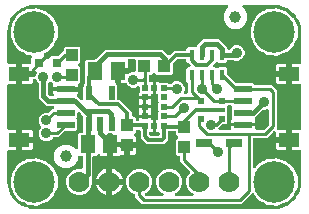
<source format=gbr>
G04 EAGLE Gerber RS-274X export*
G75*
%MOMM*%
%FSLAX34Y34*%
%LPD*%
%INTop Copper*%
%IPPOS*%
%AMOC8*
5,1,8,0,0,1.08239X$1,22.5*%
G01*
%ADD10R,0.500000X0.500000*%
%ADD11R,1.350000X0.800000*%
%ADD12R,1.240000X1.500000*%
%ADD13R,0.550000X1.200000*%
%ADD14R,1.000000X1.075000*%
%ADD15R,0.450000X0.900000*%
%ADD16R,0.500000X0.400000*%
%ADD17C,1.778000*%
%ADD18C,3.516000*%
%ADD19R,1.550000X0.600000*%
%ADD20R,1.800000X1.200000*%
%ADD21C,1.000000*%
%ADD22R,0.800000X0.800000*%
%ADD23R,1.075000X1.000000*%
%ADD24C,0.254000*%
%ADD25C,0.889000*%
%ADD26C,0.406400*%
%ADD27C,0.304800*%

G36*
X228622Y2543D02*
X228622Y2543D01*
X228700Y2545D01*
X232077Y2810D01*
X232145Y2824D01*
X232214Y2829D01*
X232370Y2869D01*
X238794Y4956D01*
X238901Y5006D01*
X239012Y5050D01*
X239063Y5083D01*
X239082Y5091D01*
X239097Y5104D01*
X239148Y5136D01*
X244612Y9107D01*
X244699Y9188D01*
X244746Y9227D01*
X244752Y9231D01*
X244753Y9233D01*
X244791Y9264D01*
X244829Y9310D01*
X244844Y9324D01*
X244855Y9341D01*
X244893Y9387D01*
X246586Y11717D01*
X246599Y11741D01*
X246616Y11761D01*
X246675Y11879D01*
X246739Y11996D01*
X246746Y12022D01*
X246758Y12046D01*
X246785Y12174D01*
X246799Y12185D01*
X246823Y12196D01*
X246925Y12280D01*
X247031Y12361D01*
X247048Y12382D01*
X247068Y12399D01*
X247171Y12523D01*
X248864Y14852D01*
X248921Y14956D01*
X248985Y15056D01*
X249007Y15113D01*
X249017Y15131D01*
X249022Y15151D01*
X249044Y15206D01*
X251131Y21630D01*
X251144Y21698D01*
X251167Y21764D01*
X251190Y21923D01*
X251455Y25300D01*
X251455Y25304D01*
X251456Y25307D01*
X251455Y25326D01*
X251459Y25400D01*
X251459Y51090D01*
X251444Y51208D01*
X251437Y51327D01*
X251424Y51365D01*
X251419Y51406D01*
X251376Y51516D01*
X251339Y51629D01*
X251317Y51664D01*
X251302Y51701D01*
X251233Y51797D01*
X251169Y51898D01*
X251139Y51926D01*
X251116Y51959D01*
X251024Y52035D01*
X250937Y52116D01*
X250902Y52136D01*
X250871Y52161D01*
X250763Y52212D01*
X250659Y52270D01*
X250619Y52280D01*
X250583Y52297D01*
X250466Y52319D01*
X250351Y52349D01*
X250291Y52353D01*
X250271Y52357D01*
X250250Y52355D01*
X250190Y52359D01*
X243729Y52359D01*
X243729Y59630D01*
X243714Y59748D01*
X243707Y59867D01*
X243694Y59905D01*
X243689Y59945D01*
X243645Y60056D01*
X243609Y60169D01*
X243587Y60204D01*
X243572Y60241D01*
X243502Y60337D01*
X243439Y60438D01*
X243409Y60466D01*
X243385Y60498D01*
X243294Y60574D01*
X243207Y60656D01*
X243172Y60675D01*
X243140Y60701D01*
X243033Y60752D01*
X242929Y60809D01*
X242889Y60820D01*
X242853Y60837D01*
X242736Y60859D01*
X242621Y60889D01*
X242560Y60893D01*
X242540Y60897D01*
X242520Y60895D01*
X242460Y60899D01*
X241189Y60899D01*
X241189Y60901D01*
X242460Y60901D01*
X242578Y60916D01*
X242697Y60923D01*
X242735Y60936D01*
X242775Y60941D01*
X242886Y60985D01*
X242999Y61021D01*
X243034Y61043D01*
X243071Y61058D01*
X243167Y61128D01*
X243268Y61191D01*
X243296Y61221D01*
X243328Y61245D01*
X243404Y61336D01*
X243486Y61423D01*
X243505Y61458D01*
X243531Y61490D01*
X243582Y61597D01*
X243639Y61701D01*
X243650Y61741D01*
X243667Y61777D01*
X243689Y61894D01*
X243719Y62009D01*
X243723Y62070D01*
X243727Y62090D01*
X243725Y62109D01*
X243727Y62115D01*
X243726Y62122D01*
X243729Y62170D01*
X243729Y69441D01*
X250190Y69441D01*
X250308Y69456D01*
X250427Y69463D01*
X250465Y69476D01*
X250506Y69481D01*
X250616Y69524D01*
X250729Y69561D01*
X250764Y69583D01*
X250801Y69598D01*
X250898Y69668D01*
X250998Y69731D01*
X251026Y69761D01*
X251059Y69784D01*
X251135Y69876D01*
X251216Y69963D01*
X251236Y69998D01*
X251261Y70029D01*
X251312Y70137D01*
X251370Y70241D01*
X251380Y70280D01*
X251397Y70317D01*
X251419Y70434D01*
X251449Y70549D01*
X251453Y70609D01*
X251457Y70629D01*
X251455Y70650D01*
X251459Y70710D01*
X251459Y107090D01*
X251444Y107208D01*
X251437Y107327D01*
X251424Y107365D01*
X251419Y107406D01*
X251376Y107516D01*
X251339Y107629D01*
X251317Y107664D01*
X251302Y107701D01*
X251233Y107797D01*
X251169Y107898D01*
X251139Y107926D01*
X251116Y107959D01*
X251024Y108035D01*
X250937Y108116D01*
X250902Y108136D01*
X250871Y108161D01*
X250763Y108212D01*
X250659Y108270D01*
X250619Y108280D01*
X250583Y108297D01*
X250466Y108319D01*
X250351Y108349D01*
X250291Y108353D01*
X250271Y108357D01*
X250250Y108355D01*
X250190Y108359D01*
X243729Y108359D01*
X243729Y115630D01*
X243714Y115748D01*
X243707Y115867D01*
X243694Y115905D01*
X243689Y115945D01*
X243645Y116056D01*
X243609Y116169D01*
X243587Y116204D01*
X243572Y116241D01*
X243502Y116337D01*
X243439Y116438D01*
X243409Y116466D01*
X243385Y116498D01*
X243294Y116574D01*
X243207Y116656D01*
X243172Y116675D01*
X243140Y116701D01*
X243033Y116752D01*
X242929Y116809D01*
X242889Y116820D01*
X242853Y116837D01*
X242736Y116859D01*
X242621Y116889D01*
X242560Y116893D01*
X242540Y116897D01*
X242520Y116895D01*
X242460Y116899D01*
X241189Y116899D01*
X241189Y116901D01*
X242460Y116901D01*
X242578Y116916D01*
X242697Y116923D01*
X242735Y116936D01*
X242775Y116941D01*
X242886Y116985D01*
X242999Y117021D01*
X243034Y117043D01*
X243071Y117058D01*
X243167Y117128D01*
X243268Y117191D01*
X243296Y117221D01*
X243328Y117245D01*
X243404Y117336D01*
X243486Y117423D01*
X243505Y117458D01*
X243531Y117490D01*
X243582Y117597D01*
X243639Y117701D01*
X243650Y117741D01*
X243667Y117777D01*
X243689Y117894D01*
X243719Y118009D01*
X243723Y118070D01*
X243727Y118090D01*
X243725Y118110D01*
X243729Y118170D01*
X243729Y125441D01*
X250190Y125441D01*
X250308Y125456D01*
X250427Y125463D01*
X250465Y125476D01*
X250506Y125481D01*
X250616Y125524D01*
X250729Y125561D01*
X250764Y125583D01*
X250801Y125598D01*
X250898Y125668D01*
X250998Y125731D01*
X251026Y125761D01*
X251059Y125784D01*
X251135Y125876D01*
X251216Y125963D01*
X251236Y125998D01*
X251261Y126029D01*
X251312Y126137D01*
X251370Y126241D01*
X251380Y126280D01*
X251397Y126317D01*
X251419Y126434D01*
X251449Y126549D01*
X251453Y126609D01*
X251457Y126629D01*
X251455Y126650D01*
X251459Y126710D01*
X251459Y152400D01*
X251457Y152422D01*
X251455Y152500D01*
X251190Y155877D01*
X251176Y155945D01*
X251171Y156014D01*
X251131Y156170D01*
X249044Y162594D01*
X248993Y162701D01*
X248950Y162812D01*
X248917Y162863D01*
X248909Y162882D01*
X248896Y162897D01*
X248864Y162948D01*
X247171Y165278D01*
X247153Y165297D01*
X247139Y165320D01*
X247044Y165413D01*
X246953Y165509D01*
X246931Y165524D01*
X246912Y165542D01*
X246798Y165608D01*
X246792Y165624D01*
X246789Y165651D01*
X246740Y165775D01*
X246697Y165900D01*
X246682Y165922D01*
X246672Y165947D01*
X246586Y166083D01*
X244893Y168413D01*
X244812Y168499D01*
X244736Y168591D01*
X244690Y168629D01*
X244676Y168644D01*
X244658Y168655D01*
X244612Y168693D01*
X239148Y172664D01*
X239044Y172721D01*
X238944Y172785D01*
X238887Y172807D01*
X238869Y172817D01*
X238849Y172822D01*
X238794Y172844D01*
X232370Y174931D01*
X232302Y174944D01*
X232236Y174967D01*
X232077Y174990D01*
X228700Y175255D01*
X228678Y175254D01*
X228600Y175259D01*
X202722Y175259D01*
X202578Y175241D01*
X202433Y175226D01*
X202420Y175221D01*
X202406Y175219D01*
X202271Y175166D01*
X202134Y175115D01*
X202123Y175107D01*
X202111Y175102D01*
X201993Y175017D01*
X201873Y174934D01*
X201864Y174924D01*
X201853Y174916D01*
X201760Y174803D01*
X201665Y174693D01*
X201659Y174681D01*
X201651Y174671D01*
X201589Y174539D01*
X201524Y174408D01*
X201521Y174395D01*
X201515Y174383D01*
X201488Y174241D01*
X201457Y174097D01*
X201458Y174084D01*
X201455Y174071D01*
X201464Y173926D01*
X201470Y173780D01*
X201474Y173767D01*
X201475Y173753D01*
X201520Y173615D01*
X201562Y173475D01*
X201569Y173463D01*
X201573Y173451D01*
X201651Y173327D01*
X201726Y173203D01*
X201736Y173193D01*
X201743Y173182D01*
X201850Y173082D01*
X201953Y172980D01*
X201969Y172970D01*
X201975Y172964D01*
X201990Y172956D01*
X202087Y172891D01*
X202901Y172421D01*
X205581Y167780D01*
X205581Y162420D01*
X202901Y157779D01*
X198260Y155099D01*
X192900Y155099D01*
X188259Y157779D01*
X185579Y162420D01*
X185579Y167780D01*
X188259Y172421D01*
X189073Y172891D01*
X189189Y172979D01*
X189307Y173064D01*
X189315Y173075D01*
X189326Y173083D01*
X189416Y173197D01*
X189509Y173309D01*
X189515Y173322D01*
X189524Y173332D01*
X189583Y173466D01*
X189645Y173597D01*
X189647Y173610D01*
X189653Y173623D01*
X189678Y173767D01*
X189705Y173910D01*
X189704Y173923D01*
X189706Y173936D01*
X189694Y174082D01*
X189685Y174227D01*
X189681Y174240D01*
X189680Y174253D01*
X189632Y174391D01*
X189587Y174529D01*
X189580Y174541D01*
X189575Y174554D01*
X189495Y174675D01*
X189417Y174798D01*
X189407Y174807D01*
X189399Y174819D01*
X189291Y174916D01*
X189185Y175016D01*
X189173Y175023D01*
X189163Y175032D01*
X189034Y175099D01*
X188907Y175170D01*
X188894Y175173D01*
X188882Y175179D01*
X188739Y175213D01*
X188599Y175249D01*
X188580Y175250D01*
X188572Y175252D01*
X188555Y175252D01*
X188438Y175259D01*
X25400Y175259D01*
X25378Y175257D01*
X25300Y175255D01*
X21923Y174990D01*
X21855Y174976D01*
X21786Y174971D01*
X21630Y174931D01*
X18892Y174041D01*
X18867Y174030D01*
X18841Y174024D01*
X18724Y173963D01*
X18604Y173906D01*
X18583Y173889D01*
X18560Y173877D01*
X18462Y173789D01*
X18445Y173788D01*
X18418Y173793D01*
X18286Y173785D01*
X18153Y173783D01*
X18128Y173775D01*
X18101Y173774D01*
X17945Y173734D01*
X15206Y172844D01*
X15099Y172794D01*
X14988Y172750D01*
X14937Y172717D01*
X14918Y172709D01*
X14903Y172696D01*
X14852Y172664D01*
X9388Y168693D01*
X9301Y168612D01*
X9209Y168536D01*
X9171Y168490D01*
X9156Y168476D01*
X9145Y168458D01*
X9107Y168412D01*
X5136Y162948D01*
X5079Y162844D01*
X5015Y162744D01*
X4993Y162687D01*
X4983Y162669D01*
X4978Y162649D01*
X4956Y162594D01*
X2869Y156170D01*
X2856Y156102D01*
X2833Y156036D01*
X2810Y155877D01*
X2545Y152500D01*
X2546Y152478D01*
X2541Y152400D01*
X2541Y126710D01*
X2556Y126592D01*
X2563Y126473D01*
X2576Y126435D01*
X2581Y126394D01*
X2624Y126284D01*
X2661Y126171D01*
X2683Y126136D01*
X2698Y126099D01*
X2768Y126002D01*
X2831Y125902D01*
X2861Y125874D01*
X2884Y125841D01*
X2976Y125765D01*
X3063Y125684D01*
X3098Y125664D01*
X3129Y125639D01*
X3237Y125588D01*
X3341Y125530D01*
X3381Y125520D01*
X3417Y125503D01*
X3534Y125481D01*
X3649Y125451D01*
X3709Y125447D01*
X3729Y125443D01*
X3750Y125445D01*
X3810Y125441D01*
X10271Y125441D01*
X10271Y118170D01*
X10286Y118052D01*
X10293Y117933D01*
X10306Y117895D01*
X10311Y117855D01*
X10354Y117744D01*
X10391Y117631D01*
X10413Y117596D01*
X10428Y117559D01*
X10498Y117463D01*
X10561Y117362D01*
X10591Y117334D01*
X10615Y117302D01*
X10706Y117226D01*
X10793Y117144D01*
X10828Y117125D01*
X10859Y117099D01*
X10967Y117048D01*
X11071Y116991D01*
X11111Y116980D01*
X11147Y116963D01*
X11264Y116941D01*
X11379Y116911D01*
X11440Y116907D01*
X11460Y116903D01*
X11480Y116905D01*
X11540Y116901D01*
X12811Y116901D01*
X12811Y116899D01*
X11540Y116899D01*
X11422Y116884D01*
X11303Y116877D01*
X11265Y116864D01*
X11225Y116859D01*
X11114Y116815D01*
X11001Y116779D01*
X10966Y116757D01*
X10929Y116742D01*
X10833Y116672D01*
X10732Y116609D01*
X10704Y116579D01*
X10671Y116555D01*
X10596Y116464D01*
X10514Y116377D01*
X10494Y116342D01*
X10469Y116310D01*
X10418Y116203D01*
X10360Y116099D01*
X10350Y116059D01*
X10333Y116023D01*
X10311Y115906D01*
X10281Y115791D01*
X10277Y115730D01*
X10273Y115710D01*
X10275Y115690D01*
X10271Y115630D01*
X10271Y108359D01*
X3810Y108359D01*
X3692Y108344D01*
X3573Y108337D01*
X3535Y108324D01*
X3494Y108319D01*
X3384Y108276D01*
X3271Y108239D01*
X3236Y108217D01*
X3199Y108202D01*
X3103Y108133D01*
X3002Y108069D01*
X2974Y108039D01*
X2941Y108016D01*
X2865Y107924D01*
X2784Y107837D01*
X2764Y107802D01*
X2739Y107771D01*
X2688Y107663D01*
X2630Y107559D01*
X2620Y107519D01*
X2603Y107483D01*
X2581Y107366D01*
X2551Y107251D01*
X2547Y107191D01*
X2543Y107171D01*
X2545Y107150D01*
X2541Y107090D01*
X2541Y70710D01*
X2556Y70592D01*
X2563Y70473D01*
X2576Y70435D01*
X2581Y70394D01*
X2624Y70284D01*
X2661Y70171D01*
X2683Y70136D01*
X2698Y70099D01*
X2767Y70003D01*
X2831Y69902D01*
X2861Y69874D01*
X2884Y69841D01*
X2976Y69765D01*
X3063Y69684D01*
X3098Y69664D01*
X3129Y69639D01*
X3237Y69588D01*
X3341Y69530D01*
X3381Y69520D01*
X3417Y69503D01*
X3534Y69481D01*
X3649Y69451D01*
X3709Y69447D01*
X3729Y69443D01*
X3750Y69445D01*
X3810Y69441D01*
X10271Y69441D01*
X10271Y62170D01*
X10286Y62052D01*
X10293Y61933D01*
X10306Y61895D01*
X10311Y61855D01*
X10354Y61744D01*
X10391Y61631D01*
X10413Y61596D01*
X10428Y61559D01*
X10498Y61463D01*
X10561Y61362D01*
X10591Y61334D01*
X10615Y61302D01*
X10706Y61226D01*
X10793Y61144D01*
X10828Y61125D01*
X10859Y61099D01*
X10967Y61048D01*
X11071Y60991D01*
X11111Y60980D01*
X11147Y60963D01*
X11264Y60941D01*
X11379Y60911D01*
X11440Y60907D01*
X11460Y60903D01*
X11480Y60905D01*
X11540Y60901D01*
X12811Y60901D01*
X12811Y60899D01*
X11540Y60899D01*
X11422Y60884D01*
X11303Y60877D01*
X11265Y60864D01*
X11225Y60859D01*
X11114Y60815D01*
X11001Y60779D01*
X10966Y60757D01*
X10929Y60742D01*
X10833Y60672D01*
X10732Y60609D01*
X10704Y60579D01*
X10671Y60555D01*
X10596Y60464D01*
X10514Y60377D01*
X10494Y60342D01*
X10469Y60310D01*
X10418Y60203D01*
X10360Y60099D01*
X10350Y60059D01*
X10333Y60023D01*
X10311Y59906D01*
X10281Y59791D01*
X10277Y59730D01*
X10273Y59710D01*
X10275Y59690D01*
X10271Y59630D01*
X10271Y52359D01*
X3810Y52359D01*
X3692Y52344D01*
X3573Y52337D01*
X3535Y52324D01*
X3494Y52319D01*
X3384Y52276D01*
X3271Y52239D01*
X3236Y52217D01*
X3199Y52202D01*
X3103Y52133D01*
X3002Y52069D01*
X2974Y52039D01*
X2941Y52016D01*
X2865Y51924D01*
X2784Y51837D01*
X2764Y51802D01*
X2739Y51771D01*
X2688Y51663D01*
X2630Y51559D01*
X2620Y51519D01*
X2603Y51483D01*
X2581Y51366D01*
X2551Y51251D01*
X2547Y51191D01*
X2543Y51171D01*
X2545Y51150D01*
X2541Y51090D01*
X2541Y25400D01*
X2543Y25378D01*
X2545Y25300D01*
X2810Y21923D01*
X2824Y21855D01*
X2829Y21786D01*
X2869Y21630D01*
X4956Y15206D01*
X5006Y15099D01*
X5050Y14988D01*
X5083Y14937D01*
X5091Y14918D01*
X5104Y14903D01*
X5136Y14852D01*
X9107Y9388D01*
X9127Y9366D01*
X9138Y9348D01*
X9184Y9305D01*
X9188Y9301D01*
X9264Y9209D01*
X9310Y9171D01*
X9324Y9156D01*
X9342Y9145D01*
X9388Y9107D01*
X14852Y5136D01*
X14956Y5079D01*
X15056Y5015D01*
X15113Y4993D01*
X15131Y4983D01*
X15151Y4978D01*
X15206Y4956D01*
X17945Y4066D01*
X17971Y4061D01*
X17996Y4051D01*
X18127Y4031D01*
X18257Y4007D01*
X18284Y4008D01*
X18310Y4004D01*
X18441Y4018D01*
X18455Y4008D01*
X18474Y3989D01*
X18586Y3917D01*
X18694Y3842D01*
X18719Y3832D01*
X18742Y3818D01*
X18892Y3759D01*
X21630Y2869D01*
X21698Y2856D01*
X21764Y2833D01*
X21923Y2810D01*
X25300Y2545D01*
X25322Y2546D01*
X25400Y2541D01*
X228600Y2541D01*
X228622Y2543D01*
G37*
%LPC*%
G36*
X226876Y5780D02*
X226876Y5780D01*
X226858Y5780D01*
X226743Y5787D01*
X224699Y5787D01*
X224151Y6014D01*
X224053Y6041D01*
X223957Y6077D01*
X223865Y6092D01*
X223844Y6098D01*
X223830Y6098D01*
X223798Y6104D01*
X222379Y6253D01*
X219415Y7964D01*
X219413Y7965D01*
X219410Y7967D01*
X219266Y8038D01*
X217490Y8773D01*
X216893Y9370D01*
X216826Y9422D01*
X216765Y9483D01*
X216651Y9558D01*
X216642Y9565D01*
X216638Y9567D01*
X216631Y9572D01*
X215129Y10439D01*
X213339Y12903D01*
X213326Y12917D01*
X213316Y12933D01*
X213209Y13054D01*
X211973Y14290D01*
X211592Y15210D01*
X211568Y15253D01*
X211551Y15300D01*
X211489Y15391D01*
X211435Y15486D01*
X211400Y15521D01*
X211372Y15563D01*
X211290Y15636D01*
X211213Y15714D01*
X211171Y15740D01*
X211134Y15773D01*
X211036Y15823D01*
X210942Y15881D01*
X210895Y15895D01*
X210851Y15918D01*
X210743Y15942D01*
X210638Y15974D01*
X210589Y15977D01*
X210540Y15987D01*
X210430Y15984D01*
X210321Y15989D01*
X210272Y15979D01*
X210222Y15978D01*
X210117Y15947D01*
X210009Y15925D01*
X209965Y15903D01*
X209917Y15889D01*
X209823Y15834D01*
X209724Y15785D01*
X209686Y15753D01*
X209643Y15728D01*
X209522Y15621D01*
X200758Y6857D01*
X116742Y6857D01*
X110997Y12602D01*
X110997Y14097D01*
X110994Y14127D01*
X110996Y14156D01*
X110974Y14284D01*
X110957Y14413D01*
X110947Y14440D01*
X110942Y14469D01*
X110888Y14588D01*
X110840Y14709D01*
X110823Y14732D01*
X110811Y14759D01*
X110730Y14861D01*
X110654Y14966D01*
X110631Y14985D01*
X110612Y15008D01*
X110509Y15086D01*
X110409Y15169D01*
X110382Y15181D01*
X110358Y15199D01*
X110214Y15270D01*
X108113Y16140D01*
X105040Y19213D01*
X103377Y23227D01*
X103377Y27573D01*
X105040Y31587D01*
X108113Y34660D01*
X112127Y36323D01*
X116473Y36323D01*
X120487Y34660D01*
X123560Y31587D01*
X125223Y27573D01*
X125223Y23227D01*
X123560Y19213D01*
X120487Y16140D01*
X119919Y15905D01*
X119858Y15870D01*
X119793Y15844D01*
X119720Y15792D01*
X119642Y15747D01*
X119592Y15699D01*
X119536Y15658D01*
X119478Y15588D01*
X119414Y15526D01*
X119377Y15466D01*
X119333Y15413D01*
X119295Y15331D01*
X119248Y15255D01*
X119227Y15188D01*
X119197Y15125D01*
X119180Y15037D01*
X119154Y14951D01*
X119151Y14881D01*
X119138Y14812D01*
X119143Y14723D01*
X119139Y14633D01*
X119153Y14565D01*
X119157Y14495D01*
X119185Y14410D01*
X119203Y14322D01*
X119234Y14259D01*
X119255Y14193D01*
X119303Y14117D01*
X119343Y14036D01*
X119388Y13983D01*
X119425Y13924D01*
X119491Y13862D01*
X119549Y13794D01*
X119606Y13754D01*
X119657Y13706D01*
X119736Y13663D01*
X119809Y13611D01*
X119874Y13586D01*
X119936Y13552D01*
X120023Y13530D01*
X120107Y13498D01*
X120176Y13490D01*
X120244Y13473D01*
X120404Y13463D01*
X133596Y13463D01*
X133665Y13471D01*
X133735Y13470D01*
X133822Y13491D01*
X133911Y13503D01*
X133976Y13528D01*
X134044Y13545D01*
X134124Y13587D01*
X134207Y13620D01*
X134263Y13661D01*
X134325Y13693D01*
X134392Y13754D01*
X134464Y13806D01*
X134509Y13860D01*
X134561Y13907D01*
X134610Y13982D01*
X134667Y14051D01*
X134697Y14114D01*
X134735Y14173D01*
X134764Y14258D01*
X134803Y14339D01*
X134816Y14408D01*
X134838Y14474D01*
X134846Y14563D01*
X134862Y14651D01*
X134858Y14721D01*
X134864Y14791D01*
X134848Y14879D01*
X134843Y14969D01*
X134821Y15035D01*
X134809Y15104D01*
X134772Y15186D01*
X134745Y15271D01*
X134707Y15330D01*
X134679Y15394D01*
X134623Y15464D01*
X134575Y15540D01*
X134524Y15588D01*
X134480Y15642D01*
X134408Y15696D01*
X134343Y15758D01*
X134282Y15792D01*
X134226Y15834D01*
X134081Y15905D01*
X133513Y16140D01*
X130440Y19213D01*
X128777Y23227D01*
X128777Y27573D01*
X130440Y31587D01*
X133513Y34660D01*
X137527Y36323D01*
X141873Y36323D01*
X145887Y34660D01*
X148960Y31587D01*
X150623Y27573D01*
X150623Y23227D01*
X148960Y19213D01*
X145887Y16140D01*
X145319Y15905D01*
X145258Y15870D01*
X145193Y15844D01*
X145120Y15792D01*
X145042Y15747D01*
X144992Y15699D01*
X144936Y15658D01*
X144878Y15588D01*
X144814Y15526D01*
X144777Y15466D01*
X144733Y15413D01*
X144695Y15331D01*
X144648Y15255D01*
X144627Y15188D01*
X144597Y15125D01*
X144580Y15037D01*
X144554Y14951D01*
X144551Y14881D01*
X144538Y14812D01*
X144543Y14723D01*
X144539Y14633D01*
X144553Y14565D01*
X144557Y14495D01*
X144585Y14410D01*
X144603Y14322D01*
X144634Y14259D01*
X144655Y14193D01*
X144703Y14117D01*
X144743Y14036D01*
X144788Y13983D01*
X144825Y13924D01*
X144891Y13862D01*
X144949Y13794D01*
X145006Y13754D01*
X145057Y13706D01*
X145136Y13663D01*
X145209Y13611D01*
X145274Y13586D01*
X145336Y13552D01*
X145423Y13530D01*
X145507Y13498D01*
X145576Y13490D01*
X145644Y13473D01*
X145804Y13463D01*
X158996Y13463D01*
X159065Y13471D01*
X159135Y13470D01*
X159222Y13491D01*
X159311Y13503D01*
X159376Y13528D01*
X159444Y13545D01*
X159524Y13587D01*
X159607Y13620D01*
X159663Y13661D01*
X159725Y13693D01*
X159792Y13754D01*
X159864Y13806D01*
X159909Y13860D01*
X159961Y13907D01*
X160010Y13982D01*
X160067Y14051D01*
X160097Y14114D01*
X160135Y14173D01*
X160164Y14258D01*
X160203Y14339D01*
X160216Y14408D01*
X160238Y14474D01*
X160246Y14563D01*
X160262Y14651D01*
X160258Y14721D01*
X160264Y14791D01*
X160248Y14879D01*
X160243Y14969D01*
X160221Y15035D01*
X160209Y15104D01*
X160172Y15186D01*
X160145Y15271D01*
X160107Y15330D01*
X160079Y15394D01*
X160023Y15464D01*
X159975Y15540D01*
X159924Y15588D01*
X159880Y15642D01*
X159808Y15696D01*
X159743Y15758D01*
X159682Y15792D01*
X159626Y15834D01*
X159481Y15905D01*
X158913Y16140D01*
X155840Y19213D01*
X154177Y23227D01*
X154177Y27573D01*
X155840Y31587D01*
X156879Y32626D01*
X156951Y32719D01*
X157030Y32809D01*
X157049Y32845D01*
X157074Y32877D01*
X157121Y32986D01*
X157175Y33092D01*
X157184Y33132D01*
X157200Y33169D01*
X157219Y33287D01*
X157245Y33402D01*
X157243Y33443D01*
X157250Y33483D01*
X157239Y33601D01*
X157235Y33720D01*
X157224Y33759D01*
X157220Y33799D01*
X157180Y33912D01*
X157147Y34026D01*
X157126Y34061D01*
X157112Y34099D01*
X157045Y34197D01*
X156985Y34300D01*
X156945Y34345D01*
X156934Y34362D01*
X156918Y34375D01*
X156879Y34421D01*
X149097Y42202D01*
X149097Y46323D01*
X149082Y46441D01*
X149075Y46560D01*
X149062Y46598D01*
X149057Y46639D01*
X149014Y46749D01*
X148977Y46862D01*
X148955Y46897D01*
X148940Y46934D01*
X148871Y47030D01*
X148807Y47131D01*
X148777Y47159D01*
X148754Y47192D01*
X148662Y47268D01*
X148575Y47349D01*
X148540Y47369D01*
X148509Y47394D01*
X148401Y47445D01*
X148297Y47503D01*
X148257Y47513D01*
X148221Y47530D01*
X148104Y47552D01*
X147989Y47582D01*
X147929Y47586D01*
X147909Y47590D01*
X147888Y47588D01*
X147828Y47592D01*
X146558Y47592D01*
X145367Y48783D01*
X145367Y61217D01*
X146753Y62602D01*
X146826Y62697D01*
X146905Y62786D01*
X146923Y62822D01*
X146948Y62854D01*
X146995Y62963D01*
X147049Y63069D01*
X147058Y63108D01*
X147074Y63146D01*
X147093Y63263D01*
X147119Y63379D01*
X147118Y63420D01*
X147124Y63460D01*
X147113Y63578D01*
X147109Y63697D01*
X147098Y63736D01*
X147094Y63776D01*
X147054Y63889D01*
X147021Y64003D01*
X147000Y64037D01*
X146987Y64076D01*
X146920Y64174D01*
X146859Y64277D01*
X146819Y64322D01*
X146808Y64339D01*
X146793Y64352D01*
X146753Y64397D01*
X145367Y65783D01*
X145367Y67174D01*
X145352Y67292D01*
X145345Y67411D01*
X145332Y67449D01*
X145327Y67490D01*
X145284Y67600D01*
X145247Y67713D01*
X145225Y67748D01*
X145210Y67785D01*
X145141Y67881D01*
X145077Y67982D01*
X145047Y68010D01*
X145024Y68043D01*
X144932Y68119D01*
X144845Y68200D01*
X144810Y68220D01*
X144779Y68245D01*
X144671Y68296D01*
X144567Y68354D01*
X144527Y68364D01*
X144491Y68381D01*
X144374Y68403D01*
X144259Y68433D01*
X144199Y68437D01*
X144179Y68441D01*
X144158Y68439D01*
X144098Y68443D01*
X139826Y68443D01*
X139708Y68428D01*
X139589Y68421D01*
X139551Y68408D01*
X139510Y68403D01*
X139400Y68360D01*
X139287Y68323D01*
X139252Y68301D01*
X139215Y68286D01*
X139119Y68217D01*
X139018Y68153D01*
X138990Y68123D01*
X138957Y68100D01*
X138881Y68008D01*
X138800Y67921D01*
X138780Y67886D01*
X138755Y67855D01*
X138704Y67747D01*
X138646Y67643D01*
X138636Y67603D01*
X138619Y67567D01*
X138597Y67450D01*
X138567Y67335D01*
X138563Y67275D01*
X138559Y67255D01*
X138561Y67234D01*
X138557Y67174D01*
X138557Y61137D01*
X134823Y57403D01*
X120447Y57403D01*
X115443Y62407D01*
X115443Y68056D01*
X115431Y68154D01*
X115428Y68253D01*
X115411Y68312D01*
X115403Y68372D01*
X115367Y68464D01*
X115339Y68559D01*
X115309Y68611D01*
X115286Y68667D01*
X115228Y68748D01*
X115178Y68833D01*
X115112Y68908D01*
X115100Y68925D01*
X115090Y68933D01*
X115072Y68954D01*
X114684Y69342D01*
X114605Y69402D01*
X114533Y69470D01*
X114480Y69499D01*
X114432Y69536D01*
X114342Y69576D01*
X114255Y69624D01*
X114196Y69639D01*
X114141Y69663D01*
X114043Y69678D01*
X113947Y69703D01*
X113847Y69709D01*
X113827Y69713D01*
X113814Y69711D01*
X113786Y69713D01*
X112442Y69713D01*
X112324Y69698D01*
X112205Y69691D01*
X112167Y69678D01*
X112126Y69673D01*
X112016Y69630D01*
X111903Y69593D01*
X111868Y69571D01*
X111831Y69556D01*
X111735Y69487D01*
X111634Y69423D01*
X111606Y69393D01*
X111573Y69370D01*
X111497Y69278D01*
X111416Y69191D01*
X111396Y69156D01*
X111371Y69125D01*
X111320Y69017D01*
X111262Y68913D01*
X111252Y68873D01*
X111235Y68837D01*
X111213Y68720D01*
X111183Y68605D01*
X111179Y68545D01*
X111175Y68525D01*
X111177Y68504D01*
X111173Y68444D01*
X111173Y67053D01*
X110030Y65910D01*
X109953Y65811D01*
X109870Y65716D01*
X109855Y65685D01*
X109835Y65659D01*
X109785Y65543D01*
X109729Y65431D01*
X109722Y65398D01*
X109708Y65367D01*
X109689Y65243D01*
X109662Y65120D01*
X109664Y65086D01*
X109659Y65053D01*
X109670Y64927D01*
X109676Y64802D01*
X109685Y64770D01*
X109688Y64736D01*
X109731Y64618D01*
X109767Y64497D01*
X109785Y64469D01*
X109796Y64437D01*
X109867Y64333D01*
X109932Y64225D01*
X109956Y64202D01*
X109975Y64174D01*
X110069Y64090D01*
X110159Y64002D01*
X110199Y63976D01*
X110213Y63963D01*
X110232Y63953D01*
X110293Y63913D01*
X110700Y63678D01*
X111173Y63205D01*
X111508Y62626D01*
X111681Y61979D01*
X111681Y58769D01*
X105370Y58769D01*
X105252Y58754D01*
X105133Y58747D01*
X105095Y58734D01*
X105055Y58729D01*
X104944Y58686D01*
X104831Y58649D01*
X104797Y58627D01*
X104759Y58612D01*
X104663Y58543D01*
X104562Y58479D01*
X104534Y58449D01*
X104502Y58426D01*
X104426Y58334D01*
X104344Y58247D01*
X104325Y58212D01*
X104299Y58181D01*
X104248Y58073D01*
X104191Y57969D01*
X104181Y57929D01*
X104163Y57893D01*
X104143Y57786D01*
X104139Y57816D01*
X104095Y57926D01*
X104059Y58039D01*
X104037Y58074D01*
X104022Y58111D01*
X103952Y58207D01*
X103889Y58308D01*
X103859Y58336D01*
X103835Y58369D01*
X103744Y58445D01*
X103657Y58526D01*
X103622Y58546D01*
X103590Y58571D01*
X103483Y58622D01*
X103378Y58680D01*
X103339Y58690D01*
X103303Y58707D01*
X103186Y58729D01*
X103070Y58759D01*
X103010Y58763D01*
X102990Y58767D01*
X102970Y58765D01*
X102910Y58769D01*
X96546Y58769D01*
X96516Y58846D01*
X96479Y58959D01*
X96457Y58994D01*
X96442Y59031D01*
X96373Y59127D01*
X96309Y59228D01*
X96279Y59256D01*
X96256Y59288D01*
X96164Y59364D01*
X96077Y59446D01*
X96042Y59465D01*
X96011Y59491D01*
X95903Y59542D01*
X95799Y59599D01*
X95759Y59610D01*
X95723Y59627D01*
X95606Y59649D01*
X95491Y59679D01*
X95431Y59683D01*
X95411Y59687D01*
X95390Y59685D01*
X95330Y59689D01*
X92049Y59689D01*
X92049Y65327D01*
X92034Y65445D01*
X92027Y65564D01*
X92014Y65602D01*
X92009Y65643D01*
X91965Y65753D01*
X91929Y65866D01*
X91907Y65901D01*
X91892Y65938D01*
X91822Y66034D01*
X91759Y66135D01*
X91729Y66163D01*
X91705Y66196D01*
X91614Y66272D01*
X91527Y66353D01*
X91492Y66373D01*
X91460Y66398D01*
X91353Y66449D01*
X91249Y66507D01*
X91209Y66517D01*
X91173Y66534D01*
X91056Y66556D01*
X90941Y66586D01*
X90880Y66590D01*
X90860Y66594D01*
X90840Y66592D01*
X90780Y66596D01*
X88240Y66596D01*
X88122Y66581D01*
X88003Y66574D01*
X87965Y66561D01*
X87925Y66556D01*
X87814Y66513D01*
X87701Y66476D01*
X87666Y66454D01*
X87629Y66439D01*
X87533Y66370D01*
X87432Y66306D01*
X87404Y66276D01*
X87371Y66253D01*
X87296Y66161D01*
X87214Y66074D01*
X87194Y66039D01*
X87169Y66008D01*
X87118Y65900D01*
X87060Y65796D01*
X87050Y65756D01*
X87033Y65720D01*
X87011Y65603D01*
X86981Y65488D01*
X86977Y65428D01*
X86973Y65408D01*
X86975Y65387D01*
X86971Y65327D01*
X86971Y58420D01*
X86986Y58302D01*
X86993Y58183D01*
X87006Y58145D01*
X87011Y58105D01*
X87054Y57994D01*
X87091Y57881D01*
X87113Y57846D01*
X87128Y57809D01*
X87198Y57713D01*
X87261Y57612D01*
X87291Y57584D01*
X87315Y57552D01*
X87406Y57476D01*
X87493Y57394D01*
X87528Y57375D01*
X87559Y57349D01*
X87667Y57298D01*
X87771Y57241D01*
X87811Y57230D01*
X87847Y57213D01*
X87964Y57191D01*
X88079Y57161D01*
X88140Y57157D01*
X88160Y57153D01*
X88180Y57155D01*
X88240Y57151D01*
X89511Y57151D01*
X89511Y57149D01*
X88240Y57149D01*
X88122Y57134D01*
X88003Y57127D01*
X87965Y57114D01*
X87925Y57109D01*
X87814Y57065D01*
X87701Y57029D01*
X87666Y57007D01*
X87629Y56992D01*
X87533Y56922D01*
X87432Y56859D01*
X87404Y56829D01*
X87371Y56805D01*
X87296Y56714D01*
X87214Y56627D01*
X87194Y56592D01*
X87169Y56560D01*
X87118Y56453D01*
X87060Y56349D01*
X87050Y56309D01*
X87033Y56273D01*
X87011Y56156D01*
X86981Y56041D01*
X86977Y55980D01*
X86973Y55960D01*
X86975Y55940D01*
X86974Y55934D01*
X86973Y55930D01*
X86974Y55925D01*
X86971Y55880D01*
X86971Y47109D01*
X82976Y47109D01*
X82329Y47282D01*
X81750Y47617D01*
X81277Y48090D01*
X80914Y48719D01*
X80838Y48819D01*
X80767Y48923D01*
X80742Y48946D01*
X80721Y48973D01*
X80623Y49051D01*
X80529Y49134D01*
X80499Y49149D01*
X80472Y49170D01*
X80357Y49221D01*
X80245Y49279D01*
X80212Y49286D01*
X80182Y49300D01*
X80057Y49321D01*
X79935Y49348D01*
X79901Y49347D01*
X79868Y49353D01*
X79743Y49342D01*
X79617Y49339D01*
X79585Y49329D01*
X79551Y49326D01*
X79432Y49285D01*
X79312Y49250D01*
X79283Y49233D01*
X79251Y49222D01*
X79146Y49152D01*
X79038Y49089D01*
X79001Y49056D01*
X78986Y49046D01*
X78971Y49030D01*
X78917Y48982D01*
X77552Y47617D01*
X75844Y47617D01*
X75726Y47602D01*
X75607Y47595D01*
X75569Y47582D01*
X75528Y47577D01*
X75418Y47534D01*
X75305Y47497D01*
X75270Y47475D01*
X75233Y47460D01*
X75137Y47391D01*
X75036Y47327D01*
X75008Y47297D01*
X74975Y47274D01*
X74899Y47182D01*
X74818Y47095D01*
X74798Y47060D01*
X74773Y47029D01*
X74722Y46921D01*
X74664Y46817D01*
X74654Y46777D01*
X74637Y46741D01*
X74615Y46624D01*
X74585Y46509D01*
X74581Y46449D01*
X74577Y46429D01*
X74579Y46408D01*
X74575Y46348D01*
X74575Y30726D01*
X74143Y30295D01*
X74125Y30271D01*
X74103Y30252D01*
X74028Y30146D01*
X73948Y30044D01*
X73937Y30016D01*
X73920Y29992D01*
X73874Y29871D01*
X73822Y29752D01*
X73817Y29723D01*
X73807Y29695D01*
X73792Y29566D01*
X73772Y29438D01*
X73775Y29408D01*
X73772Y29379D01*
X73790Y29250D01*
X73802Y29121D01*
X73812Y29093D01*
X73816Y29064D01*
X73868Y28912D01*
X74423Y27573D01*
X74423Y23227D01*
X72760Y19213D01*
X69687Y16140D01*
X65673Y14477D01*
X61327Y14477D01*
X57313Y16140D01*
X54240Y19213D01*
X52577Y23227D01*
X52577Y27573D01*
X54240Y31587D01*
X57313Y34660D01*
X61327Y36323D01*
X65176Y36323D01*
X65294Y36338D01*
X65413Y36345D01*
X65451Y36358D01*
X65492Y36363D01*
X65602Y36406D01*
X65715Y36443D01*
X65750Y36465D01*
X65787Y36480D01*
X65883Y36549D01*
X65984Y36613D01*
X66012Y36643D01*
X66045Y36666D01*
X66121Y36758D01*
X66202Y36845D01*
X66222Y36880D01*
X66247Y36911D01*
X66298Y37019D01*
X66356Y37123D01*
X66366Y37163D01*
X66383Y37199D01*
X66405Y37316D01*
X66435Y37431D01*
X66439Y37491D01*
X66443Y37511D01*
X66441Y37532D01*
X66445Y37592D01*
X66445Y46348D01*
X66430Y46466D01*
X66423Y46585D01*
X66410Y46623D01*
X66405Y46664D01*
X66362Y46774D01*
X66325Y46887D01*
X66303Y46922D01*
X66288Y46959D01*
X66219Y47055D01*
X66155Y47156D01*
X66125Y47184D01*
X66102Y47217D01*
X66010Y47293D01*
X65923Y47374D01*
X65888Y47394D01*
X65857Y47419D01*
X65749Y47470D01*
X65645Y47528D01*
X65605Y47538D01*
X65569Y47555D01*
X65452Y47577D01*
X65337Y47607D01*
X65277Y47611D01*
X65257Y47615D01*
X65236Y47613D01*
X65176Y47617D01*
X63340Y47617D01*
X63222Y47602D01*
X63103Y47595D01*
X63065Y47582D01*
X63024Y47577D01*
X62914Y47534D01*
X62801Y47497D01*
X62766Y47475D01*
X62729Y47460D01*
X62633Y47391D01*
X62532Y47327D01*
X62504Y47297D01*
X62471Y47274D01*
X62395Y47182D01*
X62314Y47095D01*
X62294Y47060D01*
X62269Y47029D01*
X62218Y46921D01*
X62160Y46817D01*
X62150Y46777D01*
X62133Y46741D01*
X62111Y46624D01*
X62081Y46509D01*
X62077Y46449D01*
X62073Y46429D01*
X62075Y46408D01*
X62071Y46348D01*
X62071Y44310D01*
X59391Y39669D01*
X54750Y36989D01*
X49390Y36989D01*
X44749Y39669D01*
X42069Y44310D01*
X42069Y49670D01*
X44749Y54311D01*
X49390Y56991D01*
X54750Y56991D01*
X59391Y54311D01*
X59909Y53414D01*
X59997Y53298D01*
X60082Y53180D01*
X60093Y53172D01*
X60101Y53161D01*
X60215Y53071D01*
X60327Y52977D01*
X60340Y52972D01*
X60350Y52963D01*
X60484Y52904D01*
X60615Y52842D01*
X60628Y52839D01*
X60641Y52834D01*
X60785Y52809D01*
X60928Y52782D01*
X60941Y52783D01*
X60954Y52781D01*
X61100Y52793D01*
X61245Y52802D01*
X61258Y52806D01*
X61271Y52807D01*
X61409Y52855D01*
X61547Y52900D01*
X61559Y52907D01*
X61572Y52912D01*
X61693Y52992D01*
X61816Y53070D01*
X61825Y53080D01*
X61837Y53087D01*
X61934Y53195D01*
X62034Y53302D01*
X62041Y53314D01*
X62050Y53324D01*
X62117Y53453D01*
X62188Y53580D01*
X62191Y53593D01*
X62197Y53605D01*
X62231Y53747D01*
X62267Y53888D01*
X62268Y53906D01*
X62270Y53915D01*
X62270Y53932D01*
X62277Y54049D01*
X62277Y65492D01*
X63468Y66683D01*
X65176Y66683D01*
X65294Y66698D01*
X65413Y66705D01*
X65451Y66718D01*
X65492Y66723D01*
X65602Y66766D01*
X65715Y66803D01*
X65750Y66825D01*
X65787Y66840D01*
X65883Y66909D01*
X65984Y66973D01*
X66012Y67003D01*
X66045Y67026D01*
X66121Y67118D01*
X66202Y67205D01*
X66222Y67240D01*
X66247Y67271D01*
X66298Y67379D01*
X66356Y67483D01*
X66366Y67523D01*
X66383Y67559D01*
X66405Y67676D01*
X66435Y67791D01*
X66439Y67851D01*
X66443Y67871D01*
X66441Y67892D01*
X66445Y67952D01*
X66445Y75043D01*
X66625Y75223D01*
X66686Y75301D01*
X66754Y75373D01*
X66783Y75426D01*
X66820Y75474D01*
X66860Y75565D01*
X66908Y75652D01*
X66923Y75710D01*
X66947Y75766D01*
X66962Y75864D01*
X66987Y75960D01*
X66993Y76060D01*
X66997Y76080D01*
X66995Y76092D01*
X66997Y76120D01*
X66997Y80449D01*
X66985Y80547D01*
X66982Y80646D01*
X66965Y80704D01*
X66957Y80764D01*
X66921Y80856D01*
X66893Y80951D01*
X66863Y81003D01*
X66840Y81060D01*
X66782Y81140D01*
X66732Y81225D01*
X66666Y81301D01*
X66654Y81317D01*
X66644Y81325D01*
X66626Y81346D01*
X64804Y83168D01*
X64803Y83168D01*
X63759Y84212D01*
X63650Y84297D01*
X63543Y84386D01*
X63524Y84395D01*
X63508Y84407D01*
X63381Y84462D01*
X63255Y84522D01*
X63235Y84525D01*
X63216Y84533D01*
X63078Y84555D01*
X62942Y84581D01*
X62922Y84580D01*
X62902Y84583D01*
X62763Y84570D01*
X62625Y84562D01*
X62606Y84555D01*
X62586Y84553D01*
X62454Y84506D01*
X62323Y84464D01*
X62305Y84453D01*
X62286Y84446D01*
X62171Y84368D01*
X62054Y84293D01*
X62040Y84279D01*
X62023Y84267D01*
X61931Y84163D01*
X61836Y84062D01*
X61826Y84044D01*
X61813Y84029D01*
X61750Y83905D01*
X61682Y83783D01*
X61677Y83764D01*
X61668Y83746D01*
X61638Y83610D01*
X61603Y83475D01*
X61601Y83447D01*
X61598Y83435D01*
X61599Y83415D01*
X61593Y83315D01*
X61593Y80058D01*
X61332Y79797D01*
X61259Y79703D01*
X61180Y79614D01*
X61162Y79578D01*
X61137Y79546D01*
X61090Y79437D01*
X61036Y79331D01*
X61027Y79292D01*
X61011Y79254D01*
X60992Y79136D01*
X60966Y79021D01*
X60967Y78980D01*
X60961Y78940D01*
X60972Y78821D01*
X60976Y78703D01*
X60987Y78664D01*
X60991Y78624D01*
X61031Y78511D01*
X61064Y78397D01*
X61085Y78362D01*
X61098Y78324D01*
X61165Y78226D01*
X61226Y78123D01*
X61266Y78078D01*
X61277Y78061D01*
X61292Y78048D01*
X61332Y78002D01*
X61593Y77742D01*
X61593Y70058D01*
X60402Y68867D01*
X51974Y68867D01*
X51876Y68855D01*
X51777Y68852D01*
X51718Y68835D01*
X51658Y68827D01*
X51566Y68791D01*
X51471Y68763D01*
X51419Y68733D01*
X51363Y68710D01*
X51283Y68652D01*
X51197Y68602D01*
X51122Y68536D01*
X51105Y68524D01*
X51097Y68514D01*
X51076Y68496D01*
X45826Y63245D01*
X41944Y63245D01*
X41846Y63233D01*
X41747Y63230D01*
X41688Y63213D01*
X41628Y63205D01*
X41536Y63169D01*
X41441Y63141D01*
X41389Y63111D01*
X41333Y63088D01*
X41253Y63030D01*
X41167Y62980D01*
X41092Y62914D01*
X41075Y62902D01*
X41068Y62892D01*
X41046Y62874D01*
X39229Y61056D01*
X36849Y60070D01*
X34271Y60070D01*
X31891Y61056D01*
X30068Y62879D01*
X29082Y65259D01*
X29082Y67837D01*
X30068Y70217D01*
X30963Y71112D01*
X31036Y71206D01*
X31114Y71295D01*
X31133Y71331D01*
X31158Y71363D01*
X31205Y71472D01*
X31259Y71578D01*
X31268Y71617D01*
X31284Y71655D01*
X31303Y71772D01*
X31329Y71888D01*
X31327Y71929D01*
X31334Y71969D01*
X31323Y72087D01*
X31319Y72206D01*
X31308Y72245D01*
X31304Y72285D01*
X31264Y72397D01*
X31231Y72512D01*
X31210Y72547D01*
X31196Y72585D01*
X31129Y72683D01*
X31069Y72786D01*
X31029Y72831D01*
X31018Y72848D01*
X31002Y72861D01*
X30963Y72907D01*
X30068Y73801D01*
X29082Y76181D01*
X29082Y78759D01*
X30068Y81139D01*
X31891Y82962D01*
X34271Y83948D01*
X36841Y83948D01*
X36939Y83960D01*
X37038Y83963D01*
X37097Y83980D01*
X37157Y83988D01*
X37249Y84024D01*
X37344Y84052D01*
X37396Y84082D01*
X37452Y84105D01*
X37532Y84163D01*
X37618Y84213D01*
X37693Y84279D01*
X37710Y84291D01*
X37718Y84301D01*
X37739Y84319D01*
X40622Y87203D01*
X40962Y87203D01*
X41060Y87215D01*
X41159Y87218D01*
X41218Y87235D01*
X41278Y87243D01*
X41370Y87279D01*
X41465Y87306D01*
X41517Y87337D01*
X41573Y87360D01*
X41653Y87418D01*
X41739Y87468D01*
X41814Y87534D01*
X41831Y87546D01*
X41839Y87556D01*
X41860Y87574D01*
X41954Y87668D01*
X42039Y87778D01*
X42128Y87885D01*
X42136Y87904D01*
X42149Y87920D01*
X42204Y88047D01*
X42263Y88173D01*
X42267Y88193D01*
X42275Y88211D01*
X42297Y88349D01*
X42323Y88486D01*
X42322Y88506D01*
X42325Y88526D01*
X42312Y88663D01*
X42303Y88803D01*
X42297Y88822D01*
X42295Y88842D01*
X42248Y88973D01*
X42205Y89105D01*
X42194Y89122D01*
X42188Y89141D01*
X42110Y89256D01*
X42035Y89374D01*
X42020Y89388D01*
X42009Y89405D01*
X41905Y89497D01*
X41803Y89592D01*
X41786Y89602D01*
X41771Y89615D01*
X41647Y89678D01*
X41525Y89746D01*
X41505Y89751D01*
X41487Y89760D01*
X41352Y89790D01*
X41217Y89825D01*
X41189Y89827D01*
X41177Y89829D01*
X41157Y89829D01*
X41056Y89835D01*
X35226Y89835D01*
X28955Y96106D01*
X28955Y108678D01*
X28943Y108776D01*
X28940Y108875D01*
X28923Y108934D01*
X28915Y108994D01*
X28879Y109086D01*
X28851Y109181D01*
X28821Y109233D01*
X28798Y109289D01*
X28740Y109369D01*
X28690Y109455D01*
X28624Y109530D01*
X28612Y109547D01*
X28602Y109554D01*
X28584Y109576D01*
X27528Y110631D01*
X26793Y112407D01*
X26758Y112468D01*
X26732Y112533D01*
X26680Y112605D01*
X26635Y112683D01*
X26587Y112734D01*
X26546Y112790D01*
X26476Y112847D01*
X26414Y112912D01*
X26354Y112948D01*
X26301Y112993D01*
X26219Y113031D01*
X26143Y113078D01*
X26076Y113099D01*
X26013Y113128D01*
X25925Y113145D01*
X25839Y113172D01*
X25769Y113175D01*
X25700Y113188D01*
X25611Y113183D01*
X25521Y113187D01*
X25453Y113173D01*
X25383Y113168D01*
X25298Y113141D01*
X25210Y113123D01*
X25147Y113092D01*
X25081Y113070D01*
X25005Y113022D01*
X24924Y112983D01*
X24871Y112938D01*
X24812Y112900D01*
X24750Y112835D01*
X24682Y112776D01*
X24642Y112719D01*
X24594Y112669D01*
X24551Y112590D01*
X24499Y112516D01*
X24474Y112451D01*
X24440Y112390D01*
X24418Y112303D01*
X24386Y112219D01*
X24378Y112150D01*
X24361Y112082D01*
X24351Y111921D01*
X24351Y110566D01*
X24178Y109919D01*
X23843Y109340D01*
X23370Y108867D01*
X22791Y108532D01*
X22144Y108359D01*
X15349Y108359D01*
X15349Y114361D01*
X25273Y114361D01*
X25391Y114376D01*
X25510Y114383D01*
X25548Y114396D01*
X25589Y114401D01*
X25699Y114444D01*
X25812Y114481D01*
X25847Y114503D01*
X25884Y114518D01*
X25980Y114588D01*
X26081Y114651D01*
X26109Y114681D01*
X26142Y114705D01*
X26218Y114796D01*
X26299Y114883D01*
X26319Y114918D01*
X26344Y114949D01*
X26395Y115057D01*
X26453Y115161D01*
X26463Y115201D01*
X26480Y115237D01*
X26502Y115354D01*
X26532Y115469D01*
X26536Y115530D01*
X26540Y115550D01*
X26538Y115570D01*
X26539Y115581D01*
X27307Y117434D01*
X27320Y117482D01*
X27341Y117527D01*
X27362Y117635D01*
X27391Y117741D01*
X27392Y117791D01*
X27401Y117840D01*
X27394Y117949D01*
X27396Y118059D01*
X27384Y118107D01*
X27381Y118157D01*
X27347Y118261D01*
X27322Y118368D01*
X27298Y118412D01*
X27283Y118459D01*
X27224Y118552D01*
X27173Y118649D01*
X27140Y118686D01*
X27113Y118728D01*
X27033Y118803D01*
X26959Y118885D01*
X26917Y118912D01*
X26881Y118946D01*
X26785Y118999D01*
X26693Y119059D01*
X26646Y119076D01*
X26603Y119100D01*
X26497Y119127D01*
X26392Y119163D01*
X26343Y119167D01*
X26295Y119179D01*
X26134Y119189D01*
X24996Y119189D01*
X24224Y119396D01*
X24139Y119408D01*
X24056Y119429D01*
X23920Y119438D01*
X23909Y119439D01*
X23905Y119439D01*
X23896Y119439D01*
X15349Y119439D01*
X15349Y125441D01*
X21520Y125441D01*
X21638Y125456D01*
X21757Y125463D01*
X21795Y125476D01*
X21836Y125481D01*
X21946Y125524D01*
X22059Y125561D01*
X22094Y125583D01*
X22131Y125598D01*
X22227Y125667D01*
X22328Y125731D01*
X22356Y125761D01*
X22389Y125784D01*
X22464Y125876D01*
X22546Y125963D01*
X22566Y125998D01*
X22591Y126029D01*
X22642Y126137D01*
X22700Y126241D01*
X22710Y126280D01*
X22727Y126317D01*
X22749Y126434D01*
X22779Y126549D01*
X22783Y126609D01*
X22787Y126629D01*
X22785Y126650D01*
X22789Y126710D01*
X22789Y130064D01*
X22962Y130711D01*
X23062Y130883D01*
X23113Y131005D01*
X23170Y131125D01*
X23175Y131152D01*
X23185Y131176D01*
X23205Y131308D01*
X23230Y131438D01*
X23228Y131464D01*
X23232Y131491D01*
X23218Y131623D01*
X23210Y131755D01*
X23202Y131781D01*
X23199Y131807D01*
X23153Y131932D01*
X23112Y132057D01*
X23097Y132080D01*
X23088Y132106D01*
X23012Y132214D01*
X22942Y132326D01*
X22922Y132345D01*
X22907Y132367D01*
X22806Y132453D01*
X22710Y132544D01*
X22686Y132557D01*
X22666Y132575D01*
X22548Y132634D01*
X22432Y132698D01*
X22405Y132704D01*
X22381Y132716D01*
X22252Y132744D01*
X22124Y132777D01*
X22085Y132779D01*
X22070Y132783D01*
X22049Y132782D01*
X21963Y132787D01*
X21499Y132787D01*
X20951Y133014D01*
X20852Y133041D01*
X20757Y133077D01*
X20665Y133092D01*
X20644Y133098D01*
X20631Y133098D01*
X20598Y133104D01*
X19179Y133253D01*
X16215Y134964D01*
X16213Y134965D01*
X16210Y134967D01*
X16066Y135038D01*
X14290Y135773D01*
X13693Y136370D01*
X13626Y136422D01*
X13565Y136483D01*
X13451Y136558D01*
X13442Y136565D01*
X13438Y136567D01*
X13431Y136572D01*
X11929Y137439D01*
X10139Y139903D01*
X10126Y139917D01*
X10116Y139933D01*
X10009Y140054D01*
X8773Y141290D01*
X8357Y142296D01*
X8322Y142356D01*
X8297Y142420D01*
X8211Y142556D01*
X7008Y144211D01*
X6447Y146849D01*
X6436Y146883D01*
X6431Y146919D01*
X6379Y147071D01*
X5787Y148499D01*
X5787Y149822D01*
X5781Y149874D01*
X5783Y149926D01*
X5760Y150086D01*
X5268Y152400D01*
X5760Y154714D01*
X5764Y154767D01*
X5777Y154817D01*
X5787Y154978D01*
X5787Y156301D01*
X6379Y157729D01*
X6388Y157763D01*
X6404Y157795D01*
X6447Y157951D01*
X7008Y160589D01*
X8211Y162244D01*
X8244Y162305D01*
X8286Y162360D01*
X8357Y162504D01*
X8773Y163510D01*
X10009Y164746D01*
X10021Y164761D01*
X10036Y164773D01*
X10139Y164897D01*
X11929Y167361D01*
X13431Y168228D01*
X13499Y168280D01*
X13573Y168324D01*
X13675Y168414D01*
X13684Y168421D01*
X13687Y168424D01*
X13693Y168430D01*
X14290Y169027D01*
X16066Y169762D01*
X16068Y169764D01*
X16071Y169764D01*
X16215Y169836D01*
X18972Y171428D01*
X18993Y171444D01*
X19017Y171455D01*
X19119Y171540D01*
X19166Y171575D01*
X19203Y171568D01*
X19229Y171569D01*
X19256Y171565D01*
X19416Y171572D01*
X20598Y171696D01*
X20698Y171720D01*
X20799Y171734D01*
X20887Y171764D01*
X20908Y171769D01*
X20920Y171775D01*
X20951Y171786D01*
X21499Y172013D01*
X23543Y172013D01*
X23560Y172015D01*
X23676Y172020D01*
X27504Y172422D01*
X28573Y172075D01*
X28690Y172053D01*
X28805Y172023D01*
X28865Y172019D01*
X28885Y172015D01*
X28906Y172017D01*
X28965Y172013D01*
X29301Y172013D01*
X31209Y171223D01*
X31230Y171217D01*
X31303Y171188D01*
X35466Y169835D01*
X36078Y169285D01*
X36189Y169207D01*
X36297Y169126D01*
X36327Y169111D01*
X36339Y169103D01*
X36359Y169096D01*
X36441Y169055D01*
X36510Y169027D01*
X37805Y167732D01*
X37819Y167721D01*
X37853Y167686D01*
X41687Y164234D01*
X41900Y163756D01*
X41979Y163626D01*
X42250Y162971D01*
X42255Y162963D01*
X42263Y162941D01*
X45092Y156586D01*
X45092Y148214D01*
X42263Y141859D01*
X42260Y141849D01*
X42250Y141829D01*
X41994Y141211D01*
X41975Y141187D01*
X41970Y141179D01*
X41968Y141175D01*
X41963Y141164D01*
X41900Y141044D01*
X41687Y140566D01*
X37853Y137114D01*
X37841Y137100D01*
X37805Y137068D01*
X36510Y135773D01*
X36441Y135745D01*
X36324Y135678D01*
X36204Y135615D01*
X36177Y135594D01*
X36165Y135587D01*
X36150Y135572D01*
X36078Y135515D01*
X35466Y134965D01*
X34183Y134548D01*
X34081Y134500D01*
X33976Y134459D01*
X33937Y134432D01*
X33895Y134412D01*
X33808Y134340D01*
X33716Y134275D01*
X33686Y134240D01*
X33650Y134210D01*
X33584Y134119D01*
X33511Y134032D01*
X33491Y133990D01*
X33463Y133953D01*
X33421Y133848D01*
X33372Y133746D01*
X33363Y133700D01*
X33346Y133657D01*
X33332Y133545D01*
X33309Y133435D01*
X33312Y133388D01*
X33306Y133341D01*
X33320Y133229D01*
X33326Y133117D01*
X33340Y133072D01*
X33346Y133026D01*
X33387Y132921D01*
X33421Y132813D01*
X33445Y132774D01*
X33462Y132730D01*
X33529Y132639D01*
X33588Y132543D01*
X33622Y132511D01*
X33649Y132473D01*
X33736Y132401D01*
X33817Y132323D01*
X33858Y132300D01*
X33894Y132270D01*
X33996Y132222D01*
X34094Y132166D01*
X34162Y132143D01*
X34182Y132134D01*
X34200Y132131D01*
X34247Y132115D01*
X34311Y132098D01*
X34890Y131763D01*
X35363Y131290D01*
X35698Y130711D01*
X35802Y130321D01*
X35860Y130179D01*
X35916Y130038D01*
X35920Y130033D01*
X35922Y130026D01*
X36012Y129905D01*
X36102Y129781D01*
X36108Y129776D01*
X36112Y129771D01*
X36228Y129677D01*
X36347Y129578D01*
X36354Y129575D01*
X36359Y129571D01*
X36498Y129507D01*
X36635Y129442D01*
X36642Y129441D01*
X36648Y129438D01*
X36799Y129411D01*
X36948Y129383D01*
X36954Y129383D01*
X36961Y129382D01*
X37113Y129393D01*
X37265Y129402D01*
X37271Y129404D01*
X37278Y129405D01*
X37423Y129454D01*
X37567Y129500D01*
X37573Y129504D01*
X37580Y129506D01*
X37708Y129589D01*
X37836Y129671D01*
X37841Y129675D01*
X37846Y129679D01*
X37950Y129791D01*
X38054Y129902D01*
X38057Y129908D01*
X38062Y129913D01*
X38134Y130047D01*
X38208Y130181D01*
X38209Y130187D01*
X38212Y130193D01*
X38249Y130341D01*
X38287Y130489D01*
X38288Y130498D01*
X38289Y130502D01*
X38289Y130513D01*
X38292Y130567D01*
X39488Y131763D01*
X45166Y131763D01*
X45264Y131775D01*
X45363Y131778D01*
X45422Y131795D01*
X45482Y131803D01*
X45574Y131839D01*
X45669Y131867D01*
X45721Y131897D01*
X45777Y131920D01*
X45857Y131978D01*
X45943Y132028D01*
X46018Y132094D01*
X46035Y132106D01*
X46043Y132116D01*
X46064Y132134D01*
X49746Y135816D01*
X49806Y135895D01*
X49874Y135967D01*
X49903Y136020D01*
X49940Y136068D01*
X49980Y136159D01*
X50028Y136245D01*
X50043Y136304D01*
X50067Y136359D01*
X50082Y136457D01*
X50107Y136553D01*
X50113Y136653D01*
X50117Y136674D01*
X50115Y136686D01*
X50117Y136714D01*
X50117Y139177D01*
X51308Y140368D01*
X62992Y140368D01*
X64183Y139177D01*
X64183Y126743D01*
X62797Y125358D01*
X62724Y125263D01*
X62645Y125174D01*
X62627Y125138D01*
X62602Y125106D01*
X62555Y124997D01*
X62501Y124891D01*
X62492Y124852D01*
X62476Y124814D01*
X62457Y124697D01*
X62431Y124581D01*
X62432Y124540D01*
X62426Y124500D01*
X62437Y124381D01*
X62441Y124263D01*
X62452Y124224D01*
X62456Y124184D01*
X62496Y124071D01*
X62529Y123957D01*
X62550Y123923D01*
X62563Y123884D01*
X62630Y123786D01*
X62691Y123683D01*
X62731Y123638D01*
X62742Y123621D01*
X62757Y123608D01*
X62797Y123563D01*
X64183Y122177D01*
X64183Y109743D01*
X62891Y108452D01*
X62831Y108432D01*
X62796Y108410D01*
X62759Y108395D01*
X62663Y108326D01*
X62562Y108262D01*
X62534Y108232D01*
X62501Y108209D01*
X62425Y108117D01*
X62344Y108030D01*
X62324Y107995D01*
X62299Y107964D01*
X62248Y107856D01*
X62190Y107752D01*
X62180Y107712D01*
X62163Y107676D01*
X62141Y107559D01*
X62111Y107444D01*
X62107Y107384D01*
X62103Y107364D01*
X62105Y107343D01*
X62101Y107283D01*
X62101Y105399D01*
X52040Y105399D01*
X51922Y105384D01*
X51803Y105377D01*
X51796Y105375D01*
X51740Y105389D01*
X51680Y105393D01*
X51660Y105397D01*
X51640Y105395D01*
X51580Y105399D01*
X41519Y105399D01*
X41519Y107234D01*
X41537Y107300D01*
X41542Y107337D01*
X41554Y107371D01*
X41563Y107493D01*
X41580Y107616D01*
X41576Y107652D01*
X41579Y107688D01*
X41558Y107809D01*
X41544Y107931D01*
X41531Y107965D01*
X41525Y108001D01*
X41474Y108113D01*
X41430Y108228D01*
X41409Y108258D01*
X41394Y108291D01*
X41317Y108387D01*
X41246Y108488D01*
X41218Y108511D01*
X41195Y108540D01*
X41097Y108613D01*
X41003Y108693D01*
X40970Y108709D01*
X40941Y108731D01*
X40797Y108802D01*
X40781Y108808D01*
X39632Y109957D01*
X39538Y110030D01*
X39449Y110108D01*
X39413Y110127D01*
X39381Y110152D01*
X39272Y110199D01*
X39166Y110253D01*
X39126Y110262D01*
X39089Y110278D01*
X38972Y110297D01*
X38856Y110323D01*
X38815Y110321D01*
X38775Y110328D01*
X38656Y110317D01*
X38538Y110313D01*
X38499Y110302D01*
X38459Y110298D01*
X38347Y110258D01*
X38232Y110225D01*
X38197Y110204D01*
X38159Y110190D01*
X38061Y110124D01*
X37958Y110063D01*
X37913Y110023D01*
X37896Y110012D01*
X37883Y109996D01*
X37837Y109957D01*
X37456Y109576D01*
X37396Y109497D01*
X37328Y109425D01*
X37299Y109372D01*
X37262Y109324D01*
X37222Y109233D01*
X37174Y109147D01*
X37159Y109088D01*
X37135Y109032D01*
X37120Y108935D01*
X37095Y108839D01*
X37089Y108739D01*
X37085Y108718D01*
X37087Y108706D01*
X37085Y108678D01*
X37085Y99999D01*
X37097Y99901D01*
X37100Y99802D01*
X37117Y99744D01*
X37125Y99684D01*
X37161Y99592D01*
X37189Y99497D01*
X37219Y99445D01*
X37242Y99388D01*
X37300Y99308D01*
X37350Y99223D01*
X37416Y99147D01*
X37428Y99131D01*
X37438Y99123D01*
X37456Y99102D01*
X38222Y98336D01*
X38300Y98276D01*
X38372Y98208D01*
X38425Y98179D01*
X38473Y98142D01*
X38564Y98102D01*
X38651Y98054D01*
X38709Y98039D01*
X38765Y98015D01*
X38863Y98000D01*
X38959Y97975D01*
X39059Y97969D01*
X39079Y97965D01*
X39091Y97967D01*
X39119Y97965D01*
X40623Y97965D01*
X40754Y97981D01*
X40886Y97992D01*
X40911Y98001D01*
X40938Y98005D01*
X41061Y98053D01*
X41186Y98097D01*
X41209Y98112D01*
X41234Y98122D01*
X41341Y98199D01*
X41451Y98273D01*
X41469Y98293D01*
X41491Y98308D01*
X41576Y98411D01*
X41664Y98509D01*
X41677Y98533D01*
X41694Y98553D01*
X41750Y98673D01*
X41812Y98791D01*
X41818Y98817D01*
X41829Y98841D01*
X41854Y98971D01*
X41885Y99100D01*
X41884Y99127D01*
X41889Y99153D01*
X41881Y99285D01*
X41878Y99418D01*
X41871Y99444D01*
X41869Y99471D01*
X41829Y99597D01*
X41793Y99724D01*
X41776Y99759D01*
X41771Y99773D01*
X41760Y99792D01*
X41722Y99869D01*
X41692Y99919D01*
X41519Y100566D01*
X41519Y102401D01*
X51580Y102401D01*
X51698Y102416D01*
X51817Y102423D01*
X51824Y102425D01*
X51880Y102411D01*
X51940Y102407D01*
X51960Y102403D01*
X51980Y102405D01*
X52040Y102401D01*
X62101Y102401D01*
X62101Y100566D01*
X61928Y99919D01*
X61544Y99255D01*
X61500Y99151D01*
X61449Y99051D01*
X61439Y99005D01*
X61421Y98962D01*
X61404Y98851D01*
X61380Y98741D01*
X61381Y98694D01*
X61374Y98647D01*
X61386Y98535D01*
X61389Y98423D01*
X61402Y98378D01*
X61407Y98331D01*
X61446Y98226D01*
X61478Y98118D01*
X61502Y98077D01*
X61518Y98033D01*
X61582Y97941D01*
X61639Y97844D01*
X61687Y97789D01*
X61699Y97771D01*
X61713Y97760D01*
X61746Y97723D01*
X64831Y94638D01*
X64940Y94553D01*
X65047Y94464D01*
X65066Y94455D01*
X65082Y94443D01*
X65210Y94387D01*
X65335Y94328D01*
X65355Y94325D01*
X65374Y94317D01*
X65512Y94295D01*
X65648Y94269D01*
X65668Y94270D01*
X65688Y94267D01*
X65827Y94280D01*
X65965Y94288D01*
X65984Y94295D01*
X66004Y94297D01*
X66136Y94344D01*
X66267Y94386D01*
X66285Y94397D01*
X66304Y94404D01*
X66419Y94482D01*
X66536Y94557D01*
X66550Y94571D01*
X66567Y94583D01*
X66659Y94687D01*
X66754Y94788D01*
X66764Y94806D01*
X66777Y94821D01*
X66841Y94945D01*
X66908Y95067D01*
X66913Y95086D01*
X66922Y95104D01*
X66952Y95240D01*
X66987Y95375D01*
X66989Y95403D01*
X66992Y95415D01*
X66991Y95435D01*
X66997Y95535D01*
X66997Y107473D01*
X67851Y108327D01*
X67912Y108405D01*
X67980Y108478D01*
X68009Y108531D01*
X68046Y108578D01*
X68086Y108669D01*
X68134Y108756D01*
X68149Y108815D01*
X68173Y108870D01*
X68188Y108968D01*
X68213Y109064D01*
X68219Y109164D01*
X68223Y109184D01*
X68221Y109197D01*
X68223Y109225D01*
X68223Y115773D01*
X68256Y115805D01*
X68316Y115884D01*
X68384Y115956D01*
X68413Y116009D01*
X68450Y116057D01*
X68490Y116148D01*
X68538Y116234D01*
X68553Y116293D01*
X68577Y116349D01*
X68592Y116447D01*
X68617Y116542D01*
X68623Y116642D01*
X68627Y116663D01*
X68625Y116675D01*
X68627Y116703D01*
X68627Y127722D01*
X69818Y128913D01*
X76309Y128913D01*
X76407Y128925D01*
X76506Y128928D01*
X76564Y128945D01*
X76624Y128953D01*
X76716Y128989D01*
X76811Y129017D01*
X76863Y129047D01*
X76920Y129070D01*
X77000Y129128D01*
X77085Y129178D01*
X77161Y129244D01*
X77177Y129256D01*
X77185Y129266D01*
X77206Y129284D01*
X82584Y134662D01*
X85336Y137415D01*
X133764Y137415D01*
X138332Y132847D01*
X138426Y132774D01*
X138515Y132695D01*
X138551Y132677D01*
X138583Y132652D01*
X138692Y132604D01*
X138798Y132550D01*
X138838Y132541D01*
X138875Y132525D01*
X138993Y132507D01*
X139109Y132481D01*
X139149Y132482D01*
X139189Y132476D01*
X139308Y132487D01*
X139426Y132490D01*
X139465Y132502D01*
X139506Y132505D01*
X139618Y132546D01*
X139732Y132579D01*
X139767Y132599D01*
X139805Y132613D01*
X139903Y132680D01*
X140006Y132740D01*
X140051Y132780D01*
X140068Y132792D01*
X140082Y132807D01*
X140127Y132847D01*
X141341Y134061D01*
X141342Y134061D01*
X143797Y136517D01*
X152898Y136517D01*
X153016Y136532D01*
X153135Y136539D01*
X153173Y136552D01*
X153214Y136557D01*
X153324Y136600D01*
X153437Y136637D01*
X153472Y136659D01*
X153509Y136674D01*
X153605Y136743D01*
X153706Y136807D01*
X153734Y136837D01*
X153767Y136860D01*
X153843Y136952D01*
X153924Y137039D01*
X153944Y137074D01*
X153969Y137105D01*
X154020Y137213D01*
X154078Y137317D01*
X154088Y137357D01*
X154105Y137393D01*
X154127Y137510D01*
X154157Y137625D01*
X154161Y137685D01*
X154165Y137705D01*
X154163Y137726D01*
X154167Y137786D01*
X154167Y138302D01*
X155358Y139493D01*
X161776Y139493D01*
X161899Y139473D01*
X162036Y139447D01*
X162056Y139448D01*
X162075Y139445D01*
X162214Y139458D01*
X162353Y139467D01*
X162372Y139473D01*
X162392Y139475D01*
X162523Y139522D01*
X162655Y139565D01*
X162672Y139575D01*
X162691Y139582D01*
X162806Y139660D01*
X162924Y139735D01*
X162938Y139750D01*
X162954Y139761D01*
X163046Y139865D01*
X163142Y139967D01*
X163152Y139984D01*
X163165Y139999D01*
X163228Y140123D01*
X163296Y140245D01*
X163301Y140264D01*
X163310Y140282D01*
X163340Y140419D01*
X163375Y140553D01*
X163377Y140581D01*
X163379Y140593D01*
X163379Y140613D01*
X163385Y140714D01*
X163385Y141194D01*
X168496Y146305D01*
X182024Y146305D01*
X188515Y139814D01*
X188515Y139046D01*
X188527Y138948D01*
X188530Y138849D01*
X188547Y138790D01*
X188555Y138730D01*
X188591Y138638D01*
X188619Y138543D01*
X188649Y138491D01*
X188672Y138435D01*
X188730Y138354D01*
X188733Y138349D01*
X188733Y138331D01*
X188741Y138262D01*
X188740Y138192D01*
X188754Y138137D01*
X188755Y138114D01*
X188764Y138087D01*
X188773Y138016D01*
X188798Y137951D01*
X188815Y137883D01*
X188857Y137803D01*
X188890Y137720D01*
X188931Y137664D01*
X188963Y137602D01*
X189024Y137535D01*
X189076Y137463D01*
X189130Y137418D01*
X189177Y137367D01*
X189252Y137317D01*
X189321Y137260D01*
X189385Y137230D01*
X189443Y137192D01*
X189528Y137163D01*
X189609Y137124D01*
X189678Y137111D01*
X189744Y137089D01*
X189833Y137081D01*
X189921Y137065D01*
X189991Y137069D01*
X190061Y137063D01*
X190149Y137079D01*
X190239Y137084D01*
X190305Y137106D01*
X190374Y137118D01*
X190456Y137155D01*
X190541Y137182D01*
X190600Y137220D01*
X190664Y137248D01*
X190734Y137304D01*
X190810Y137352D01*
X190858Y137403D01*
X190912Y137447D01*
X190966Y137519D01*
X191028Y137584D01*
X191062Y137645D01*
X191070Y137656D01*
X191081Y137670D01*
X191083Y137674D01*
X191104Y137701D01*
X191175Y137846D01*
X191358Y138289D01*
X193181Y140112D01*
X195561Y141098D01*
X198139Y141098D01*
X200519Y140112D01*
X202342Y138289D01*
X203328Y135909D01*
X203328Y133331D01*
X202342Y130951D01*
X200519Y129128D01*
X198139Y128142D01*
X195561Y128142D01*
X193977Y128799D01*
X193968Y128801D01*
X193960Y128806D01*
X193815Y128843D01*
X193670Y128883D01*
X193661Y128883D01*
X193652Y128885D01*
X193491Y128895D01*
X190002Y128895D01*
X189884Y128880D01*
X189765Y128873D01*
X189727Y128860D01*
X189686Y128855D01*
X189576Y128812D01*
X189463Y128775D01*
X189428Y128753D01*
X189391Y128738D01*
X189295Y128669D01*
X189194Y128605D01*
X189166Y128575D01*
X189133Y128552D01*
X189057Y128460D01*
X188976Y128373D01*
X188956Y128338D01*
X188931Y128307D01*
X188880Y128199D01*
X188822Y128095D01*
X188812Y128055D01*
X188795Y128019D01*
X188773Y127902D01*
X188743Y127787D01*
X188739Y127727D01*
X188735Y127707D01*
X188737Y127686D01*
X188733Y127626D01*
X188733Y127618D01*
X187542Y126427D01*
X181358Y126427D01*
X180848Y126938D01*
X180754Y127011D01*
X180664Y127090D01*
X180628Y127108D01*
X180596Y127133D01*
X180487Y127180D01*
X180381Y127234D01*
X180342Y127243D01*
X180304Y127259D01*
X180187Y127278D01*
X180071Y127304D01*
X180030Y127303D01*
X179990Y127309D01*
X179872Y127298D01*
X179753Y127294D01*
X179714Y127283D01*
X179674Y127279D01*
X179562Y127239D01*
X179447Y127206D01*
X179412Y127185D01*
X179374Y127172D01*
X179276Y127105D01*
X179173Y127044D01*
X179128Y127004D01*
X179111Y126993D01*
X179098Y126978D01*
X179053Y126938D01*
X178400Y126286D01*
X178362Y126270D01*
X178282Y126212D01*
X178196Y126162D01*
X178121Y126096D01*
X178104Y126084D01*
X178097Y126074D01*
X178075Y126056D01*
X176679Y124659D01*
X176594Y124550D01*
X176506Y124443D01*
X176497Y124424D01*
X176484Y124408D01*
X176429Y124280D01*
X176370Y124155D01*
X176366Y124135D01*
X176358Y124116D01*
X176336Y123978D01*
X176310Y123842D01*
X176311Y123822D01*
X176308Y123802D01*
X176321Y123663D01*
X176330Y123525D01*
X176336Y123506D01*
X176338Y123486D01*
X176385Y123354D01*
X176428Y123223D01*
X176439Y123205D01*
X176446Y123186D01*
X176524Y123071D01*
X176598Y122954D01*
X176613Y122940D01*
X176624Y122923D01*
X176728Y122831D01*
X176830Y122736D01*
X176848Y122726D01*
X176863Y122713D01*
X176987Y122649D01*
X177108Y122582D01*
X177128Y122577D01*
X177146Y122568D01*
X177282Y122538D01*
X177416Y122503D01*
X177444Y122501D01*
X177456Y122498D01*
X177477Y122499D01*
X177577Y122493D01*
X178542Y122493D01*
X179053Y121982D01*
X179147Y121909D01*
X179236Y121830D01*
X179272Y121812D01*
X179304Y121787D01*
X179413Y121740D01*
X179519Y121686D01*
X179558Y121677D01*
X179596Y121661D01*
X179713Y121642D01*
X179829Y121616D01*
X179870Y121617D01*
X179910Y121611D01*
X180028Y121622D01*
X180147Y121626D01*
X180186Y121637D01*
X180226Y121641D01*
X180338Y121681D01*
X180453Y121714D01*
X180488Y121735D01*
X180526Y121748D01*
X180624Y121815D01*
X180727Y121876D01*
X180772Y121916D01*
X180789Y121927D01*
X180802Y121942D01*
X180848Y121982D01*
X181358Y122493D01*
X187542Y122493D01*
X188733Y121302D01*
X188733Y116874D01*
X188745Y116776D01*
X188748Y116677D01*
X188765Y116618D01*
X188773Y116558D01*
X188809Y116466D01*
X188837Y116371D01*
X188867Y116319D01*
X188890Y116263D01*
X188948Y116183D01*
X188998Y116097D01*
X189064Y116022D01*
X189076Y116005D01*
X189086Y115997D01*
X189104Y115976D01*
X195776Y109304D01*
X195855Y109244D01*
X195927Y109176D01*
X195980Y109147D01*
X196028Y109110D01*
X196119Y109070D01*
X196205Y109022D01*
X196264Y109007D01*
X196319Y108983D01*
X196417Y108968D01*
X196513Y108943D01*
X196613Y108937D01*
X196634Y108933D01*
X196646Y108935D01*
X196674Y108933D01*
X210782Y108933D01*
X212140Y107574D01*
X212219Y107514D01*
X212291Y107446D01*
X212344Y107417D01*
X212392Y107380D01*
X212482Y107340D01*
X212569Y107292D01*
X212628Y107277D01*
X212683Y107253D01*
X212781Y107238D01*
X212877Y107213D01*
X212977Y107207D01*
X212997Y107203D01*
X213010Y107205D01*
X213038Y107203D01*
X226398Y107203D01*
X230633Y102968D01*
X230633Y70710D01*
X230648Y70592D01*
X230655Y70473D01*
X230668Y70435D01*
X230673Y70394D01*
X230716Y70284D01*
X230753Y70171D01*
X230775Y70136D01*
X230790Y70099D01*
X230859Y70003D01*
X230923Y69902D01*
X230953Y69874D01*
X230976Y69841D01*
X231068Y69765D01*
X231155Y69684D01*
X231190Y69664D01*
X231221Y69639D01*
X231329Y69588D01*
X231433Y69530D01*
X231473Y69520D01*
X231509Y69503D01*
X231626Y69481D01*
X231741Y69451D01*
X231801Y69447D01*
X231821Y69443D01*
X231842Y69445D01*
X231902Y69441D01*
X238651Y69441D01*
X238651Y63439D01*
X229649Y63439D01*
X229649Y66974D01*
X229632Y67112D01*
X229619Y67251D01*
X229612Y67270D01*
X229609Y67290D01*
X229558Y67419D01*
X229511Y67550D01*
X229500Y67567D01*
X229492Y67585D01*
X229411Y67698D01*
X229333Y67813D01*
X229317Y67826D01*
X229306Y67843D01*
X229198Y67932D01*
X229094Y68024D01*
X229076Y68033D01*
X229061Y68046D01*
X228935Y68105D01*
X228811Y68168D01*
X228791Y68173D01*
X228773Y68181D01*
X228637Y68207D01*
X228501Y68238D01*
X228480Y68237D01*
X228461Y68241D01*
X228322Y68232D01*
X228183Y68228D01*
X228163Y68222D01*
X228143Y68221D01*
X228011Y68178D01*
X227877Y68140D01*
X227860Y68129D01*
X227841Y68123D01*
X227723Y68049D01*
X227603Y67978D01*
X227582Y67960D01*
X227572Y67953D01*
X227558Y67938D01*
X227483Y67872D01*
X222348Y62737D01*
X211582Y62737D01*
X211464Y62722D01*
X211345Y62715D01*
X211307Y62702D01*
X211266Y62697D01*
X211156Y62654D01*
X211043Y62617D01*
X211008Y62595D01*
X210971Y62580D01*
X210875Y62511D01*
X210774Y62447D01*
X210746Y62417D01*
X210713Y62394D01*
X210637Y62302D01*
X210556Y62215D01*
X210536Y62180D01*
X210511Y62149D01*
X210460Y62041D01*
X210402Y61937D01*
X210392Y61897D01*
X210375Y61861D01*
X210353Y61744D01*
X210323Y61629D01*
X210319Y61569D01*
X210315Y61549D01*
X210317Y61528D01*
X210313Y61468D01*
X210313Y37914D01*
X210330Y37776D01*
X210343Y37637D01*
X210350Y37618D01*
X210353Y37598D01*
X210404Y37468D01*
X210451Y37338D01*
X210462Y37321D01*
X210470Y37302D01*
X210551Y37190D01*
X210629Y37075D01*
X210645Y37061D01*
X210656Y37045D01*
X210764Y36956D01*
X210868Y36864D01*
X210886Y36855D01*
X210901Y36842D01*
X211027Y36783D01*
X211151Y36720D01*
X211171Y36715D01*
X211189Y36707D01*
X211326Y36681D01*
X211461Y36650D01*
X211482Y36651D01*
X211501Y36647D01*
X211640Y36655D01*
X211779Y36660D01*
X211799Y36665D01*
X211819Y36667D01*
X211951Y36709D01*
X212085Y36748D01*
X212102Y36758D01*
X212121Y36765D01*
X212239Y36839D01*
X212359Y36910D01*
X212380Y36928D01*
X212390Y36935D01*
X212404Y36950D01*
X212479Y37016D01*
X213209Y37746D01*
X213221Y37761D01*
X213236Y37773D01*
X213339Y37897D01*
X215129Y40361D01*
X216631Y41228D01*
X216699Y41280D01*
X216773Y41324D01*
X216875Y41414D01*
X216884Y41421D01*
X216887Y41424D01*
X216893Y41430D01*
X217490Y42027D01*
X219266Y42762D01*
X219268Y42764D01*
X219271Y42764D01*
X219415Y42836D01*
X222379Y44547D01*
X223798Y44696D01*
X223897Y44720D01*
X223999Y44734D01*
X224087Y44764D01*
X224108Y44769D01*
X224120Y44775D01*
X224151Y44786D01*
X224699Y45013D01*
X226743Y45013D01*
X226760Y45015D01*
X226876Y45020D01*
X230704Y45422D01*
X231773Y45075D01*
X231890Y45053D01*
X232005Y45023D01*
X232065Y45019D01*
X232085Y45015D01*
X232106Y45017D01*
X232165Y45013D01*
X232501Y45013D01*
X234409Y44223D01*
X234430Y44217D01*
X234503Y44188D01*
X238666Y42835D01*
X239278Y42285D01*
X239389Y42207D01*
X239497Y42126D01*
X239527Y42111D01*
X239539Y42103D01*
X239559Y42096D01*
X239641Y42055D01*
X239710Y42027D01*
X241005Y40732D01*
X241019Y40721D01*
X241053Y40686D01*
X244887Y37233D01*
X245100Y36756D01*
X245178Y36627D01*
X245179Y36626D01*
X245450Y35971D01*
X245455Y35963D01*
X245463Y35941D01*
X248292Y29586D01*
X248292Y21214D01*
X245463Y14859D01*
X245460Y14849D01*
X245450Y14829D01*
X245194Y14211D01*
X245175Y14187D01*
X245170Y14178D01*
X245167Y14174D01*
X245163Y14164D01*
X245100Y14045D01*
X244985Y13785D01*
X244977Y13759D01*
X244964Y13736D01*
X244931Y13608D01*
X244914Y13552D01*
X244880Y13536D01*
X244860Y13519D01*
X244836Y13507D01*
X244710Y13407D01*
X241053Y10114D01*
X241041Y10100D01*
X241005Y10068D01*
X239710Y8773D01*
X239641Y8745D01*
X239524Y8678D01*
X239404Y8615D01*
X239377Y8594D01*
X239365Y8587D01*
X239349Y8572D01*
X239278Y8515D01*
X238666Y7965D01*
X234502Y6612D01*
X234483Y6603D01*
X234409Y6577D01*
X232501Y5787D01*
X232165Y5787D01*
X232047Y5772D01*
X231929Y5765D01*
X231870Y5750D01*
X231850Y5747D01*
X231831Y5740D01*
X231773Y5725D01*
X230704Y5378D01*
X226876Y5780D01*
G37*
%LPD*%
G36*
X130292Y64532D02*
X130292Y64532D01*
X130411Y64539D01*
X130449Y64552D01*
X130490Y64557D01*
X130600Y64600D01*
X130713Y64637D01*
X130748Y64659D01*
X130785Y64674D01*
X130881Y64743D01*
X130982Y64807D01*
X131010Y64837D01*
X131043Y64860D01*
X131119Y64952D01*
X131200Y65039D01*
X131220Y65074D01*
X131245Y65105D01*
X131296Y65213D01*
X131354Y65317D01*
X131364Y65357D01*
X131381Y65393D01*
X131403Y65510D01*
X131433Y65625D01*
X131437Y65685D01*
X131441Y65705D01*
X131439Y65726D01*
X131443Y65786D01*
X131443Y66636D01*
X131428Y66761D01*
X131418Y66886D01*
X131408Y66918D01*
X131403Y66952D01*
X131357Y67069D01*
X131317Y67188D01*
X131299Y67216D01*
X131286Y67247D01*
X131212Y67349D01*
X131144Y67455D01*
X131119Y67478D01*
X131100Y67505D01*
X131003Y67585D01*
X130910Y67670D01*
X130880Y67686D01*
X130855Y67708D01*
X130741Y67761D01*
X130630Y67821D01*
X130597Y67829D01*
X130567Y67843D01*
X130444Y67867D01*
X130321Y67897D01*
X130288Y67897D01*
X130255Y67903D01*
X130129Y67895D01*
X130003Y67894D01*
X129955Y67884D01*
X129937Y67883D01*
X129917Y67877D01*
X129845Y67862D01*
X129834Y67859D01*
X128269Y67859D01*
X128269Y72900D01*
X128269Y77941D01*
X129198Y77941D01*
X129316Y77956D01*
X129435Y77963D01*
X129473Y77976D01*
X129514Y77981D01*
X129624Y78024D01*
X129737Y78061D01*
X129772Y78083D01*
X129809Y78098D01*
X129905Y78167D01*
X130006Y78231D01*
X130034Y78261D01*
X130067Y78284D01*
X130143Y78376D01*
X130224Y78463D01*
X130244Y78498D01*
X130269Y78529D01*
X130320Y78637D01*
X130378Y78741D01*
X130388Y78781D01*
X130405Y78817D01*
X130427Y78934D01*
X130457Y79049D01*
X130461Y79109D01*
X130465Y79129D01*
X130463Y79150D01*
X130467Y79210D01*
X130467Y84357D01*
X130470Y84363D01*
X130524Y84469D01*
X130533Y84509D01*
X130549Y84546D01*
X130568Y84663D01*
X130594Y84780D01*
X130593Y84820D01*
X130599Y84860D01*
X130588Y84978D01*
X130584Y85097D01*
X130573Y85136D01*
X130569Y85176D01*
X130529Y85289D01*
X130496Y85403D01*
X130475Y85438D01*
X130467Y85460D01*
X130467Y92357D01*
X130470Y92363D01*
X130524Y92469D01*
X130533Y92509D01*
X130549Y92546D01*
X130568Y92663D01*
X130594Y92780D01*
X130593Y92820D01*
X130599Y92860D01*
X130588Y92978D01*
X130584Y93097D01*
X130573Y93136D01*
X130569Y93176D01*
X130529Y93289D01*
X130496Y93403D01*
X130475Y93438D01*
X130467Y93460D01*
X130467Y98590D01*
X130452Y98708D01*
X130445Y98827D01*
X130432Y98865D01*
X130427Y98906D01*
X130384Y99016D01*
X130347Y99129D01*
X130325Y99164D01*
X130310Y99201D01*
X130241Y99297D01*
X130177Y99398D01*
X130147Y99426D01*
X130124Y99459D01*
X130032Y99535D01*
X129945Y99616D01*
X129910Y99636D01*
X129879Y99661D01*
X129771Y99712D01*
X129667Y99770D01*
X129627Y99780D01*
X129591Y99797D01*
X129474Y99819D01*
X129359Y99849D01*
X129299Y99853D01*
X129279Y99857D01*
X129258Y99855D01*
X129198Y99859D01*
X128269Y99859D01*
X128269Y104900D01*
X128269Y109941D01*
X129834Y109941D01*
X130481Y109768D01*
X130766Y109603D01*
X130851Y109567D01*
X130932Y109522D01*
X130997Y109506D01*
X131059Y109480D01*
X131151Y109466D01*
X131240Y109443D01*
X131357Y109436D01*
X131374Y109433D01*
X131382Y109434D01*
X131401Y109433D01*
X138342Y109433D01*
X139200Y108574D01*
X139279Y108514D01*
X139351Y108446D01*
X139404Y108417D01*
X139452Y108380D01*
X139542Y108340D01*
X139629Y108292D01*
X139688Y108277D01*
X139743Y108253D01*
X139841Y108238D01*
X139937Y108213D01*
X140037Y108207D01*
X140057Y108203D01*
X140070Y108205D01*
X140098Y108203D01*
X140426Y108203D01*
X140524Y108215D01*
X140623Y108218D01*
X140682Y108235D01*
X140742Y108243D01*
X140834Y108279D01*
X140929Y108307D01*
X140981Y108337D01*
X141037Y108360D01*
X141117Y108418D01*
X141203Y108468D01*
X141278Y108534D01*
X141295Y108546D01*
X141302Y108556D01*
X141324Y108574D01*
X142381Y109632D01*
X144761Y110618D01*
X147339Y110618D01*
X149719Y109632D01*
X151542Y107809D01*
X152528Y105429D01*
X152528Y102851D01*
X152029Y101648D01*
X152016Y101600D01*
X151995Y101555D01*
X151974Y101447D01*
X151945Y101341D01*
X151944Y101291D01*
X151935Y101242D01*
X151942Y101133D01*
X151940Y101023D01*
X151952Y100975D01*
X151955Y100925D01*
X151989Y100821D01*
X152014Y100714D01*
X152038Y100670D01*
X152053Y100623D01*
X152112Y100530D01*
X152163Y100433D01*
X152196Y100396D01*
X152223Y100354D01*
X152303Y100279D01*
X152377Y100197D01*
X152418Y100170D01*
X152455Y100136D01*
X152551Y100083D01*
X152643Y100023D01*
X152690Y100006D01*
X152733Y99982D01*
X152839Y99955D01*
X152943Y99919D01*
X152993Y99915D01*
X153041Y99903D01*
X153202Y99893D01*
X153878Y99893D01*
X153996Y99908D01*
X154115Y99915D01*
X154153Y99928D01*
X154194Y99933D01*
X154304Y99976D01*
X154417Y100013D01*
X154452Y100035D01*
X154489Y100050D01*
X154585Y100119D01*
X154686Y100183D01*
X154714Y100213D01*
X154747Y100236D01*
X154823Y100328D01*
X154904Y100415D01*
X154924Y100450D01*
X154949Y100481D01*
X155000Y100589D01*
X155058Y100693D01*
X155068Y100733D01*
X155085Y100769D01*
X155107Y100886D01*
X155137Y101001D01*
X155141Y101061D01*
X155145Y101081D01*
X155143Y101102D01*
X155147Y101162D01*
X155147Y109112D01*
X155135Y109210D01*
X155132Y109309D01*
X155115Y109368D01*
X155107Y109428D01*
X155071Y109520D01*
X155043Y109615D01*
X155013Y109667D01*
X154990Y109723D01*
X154932Y109804D01*
X154882Y109889D01*
X154816Y109964D01*
X154804Y109981D01*
X154794Y109989D01*
X154776Y110010D01*
X154167Y110618D01*
X154167Y121302D01*
X155358Y122493D01*
X156433Y122493D01*
X156571Y122510D01*
X156709Y122523D01*
X156729Y122530D01*
X156749Y122533D01*
X156878Y122584D01*
X157009Y122631D01*
X157026Y122642D01*
X157044Y122650D01*
X157157Y122731D01*
X157272Y122809D01*
X157285Y122825D01*
X157302Y122836D01*
X157390Y122944D01*
X157482Y123048D01*
X157492Y123066D01*
X157504Y123081D01*
X157564Y123207D01*
X157627Y123331D01*
X157631Y123351D01*
X157640Y123369D01*
X157666Y123505D01*
X157697Y123641D01*
X157696Y123662D01*
X157700Y123681D01*
X157691Y123820D01*
X157687Y123959D01*
X157681Y123979D01*
X157680Y123999D01*
X157637Y124131D01*
X157599Y124265D01*
X157588Y124282D01*
X157582Y124301D01*
X157508Y124419D01*
X157437Y124539D01*
X157418Y124560D01*
X157412Y124570D01*
X157397Y124584D01*
X157331Y124659D01*
X155935Y126056D01*
X155856Y126116D01*
X155784Y126184D01*
X155731Y126213D01*
X155683Y126250D01*
X155592Y126290D01*
X155506Y126338D01*
X155447Y126353D01*
X155422Y126364D01*
X154167Y127618D01*
X154167Y128134D01*
X154152Y128252D01*
X154145Y128371D01*
X154132Y128409D01*
X154127Y128450D01*
X154084Y128560D01*
X154047Y128673D01*
X154025Y128708D01*
X154010Y128745D01*
X153941Y128841D01*
X153877Y128942D01*
X153847Y128970D01*
X153824Y129003D01*
X153732Y129079D01*
X153645Y129160D01*
X153610Y129180D01*
X153579Y129205D01*
X153471Y129256D01*
X153367Y129314D01*
X153327Y129324D01*
X153291Y129341D01*
X153174Y129363D01*
X153059Y129393D01*
X152999Y129397D01*
X152979Y129401D01*
X152958Y129399D01*
X152898Y129403D01*
X147269Y129403D01*
X147171Y129391D01*
X147072Y129388D01*
X147014Y129371D01*
X146953Y129363D01*
X146861Y129327D01*
X146766Y129299D01*
X146714Y129269D01*
X146658Y129246D01*
X146578Y129188D01*
X146492Y129138D01*
X146417Y129072D01*
X146400Y129060D01*
X146393Y129050D01*
X146371Y129032D01*
X143279Y125940D01*
X143219Y125861D01*
X143151Y125789D01*
X143122Y125736D01*
X143085Y125688D01*
X143045Y125597D01*
X142997Y125511D01*
X142982Y125452D01*
X142958Y125396D01*
X142943Y125298D01*
X142918Y125203D01*
X142912Y125103D01*
X142908Y125082D01*
X142910Y125070D01*
X142908Y125042D01*
X142908Y117348D01*
X141717Y116157D01*
X129283Y116157D01*
X127897Y117543D01*
X127803Y117616D01*
X127714Y117695D01*
X127678Y117713D01*
X127646Y117738D01*
X127537Y117785D01*
X127431Y117839D01*
X127392Y117848D01*
X127354Y117864D01*
X127237Y117883D01*
X127121Y117909D01*
X127080Y117908D01*
X127040Y117914D01*
X126922Y117903D01*
X126803Y117899D01*
X126764Y117888D01*
X126724Y117884D01*
X126612Y117844D01*
X126497Y117811D01*
X126462Y117790D01*
X126424Y117777D01*
X126326Y117710D01*
X126223Y117649D01*
X126178Y117609D01*
X126161Y117598D01*
X126148Y117583D01*
X126102Y117543D01*
X124717Y116157D01*
X123572Y116157D01*
X123454Y116142D01*
X123335Y116135D01*
X123297Y116122D01*
X123256Y116117D01*
X123146Y116074D01*
X123033Y116037D01*
X122998Y116015D01*
X122961Y116000D01*
X122865Y115931D01*
X122764Y115867D01*
X122736Y115837D01*
X122703Y115814D01*
X122627Y115722D01*
X122546Y115635D01*
X122526Y115600D01*
X122501Y115569D01*
X122450Y115461D01*
X122392Y115357D01*
X122382Y115317D01*
X122365Y115281D01*
X122343Y115164D01*
X122313Y115049D01*
X122309Y114989D01*
X122305Y114969D01*
X122307Y114948D01*
X122303Y114888D01*
X122303Y111096D01*
X122319Y110971D01*
X122328Y110846D01*
X122338Y110814D01*
X122343Y110780D01*
X122389Y110663D01*
X122429Y110544D01*
X122447Y110516D01*
X122460Y110484D01*
X122534Y110383D01*
X122602Y110277D01*
X122627Y110254D01*
X122646Y110227D01*
X122743Y110147D01*
X122836Y110062D01*
X122865Y110046D01*
X122891Y110024D01*
X123005Y109971D01*
X123116Y109911D01*
X123149Y109903D01*
X123179Y109889D01*
X123302Y109865D01*
X123425Y109835D01*
X123458Y109835D01*
X123491Y109829D01*
X123617Y109837D01*
X123743Y109838D01*
X123791Y109848D01*
X123809Y109849D01*
X123829Y109855D01*
X123901Y109870D01*
X124165Y109941D01*
X125731Y109941D01*
X125731Y104900D01*
X125731Y99859D01*
X125310Y99859D01*
X125192Y99844D01*
X125073Y99837D01*
X125035Y99824D01*
X124994Y99819D01*
X124884Y99776D01*
X124771Y99739D01*
X124736Y99717D01*
X124699Y99702D01*
X124602Y99632D01*
X124502Y99569D01*
X124474Y99539D01*
X124441Y99516D01*
X124365Y99424D01*
X124284Y99337D01*
X124264Y99302D01*
X124239Y99271D01*
X124188Y99163D01*
X124130Y99059D01*
X124120Y99019D01*
X124103Y98983D01*
X124081Y98866D01*
X124051Y98751D01*
X124047Y98691D01*
X124043Y98671D01*
X124045Y98650D01*
X124041Y98590D01*
X124041Y98169D01*
X119000Y98169D01*
X113959Y98169D01*
X113959Y99734D01*
X114132Y100381D01*
X114297Y100666D01*
X114333Y100751D01*
X114378Y100832D01*
X114394Y100897D01*
X114420Y100959D01*
X114434Y101051D01*
X114457Y101140D01*
X114464Y101257D01*
X114467Y101274D01*
X114466Y101282D01*
X114467Y101301D01*
X114467Y105022D01*
X114461Y105072D01*
X114463Y105121D01*
X114441Y105229D01*
X114427Y105338D01*
X114409Y105384D01*
X114399Y105433D01*
X114351Y105532D01*
X114310Y105634D01*
X114281Y105674D01*
X114259Y105719D01*
X114188Y105802D01*
X114124Y105891D01*
X114085Y105923D01*
X114053Y105961D01*
X113963Y106024D01*
X113879Y106094D01*
X113834Y106115D01*
X113793Y106144D01*
X113690Y106183D01*
X113591Y106229D01*
X113542Y106239D01*
X113496Y106256D01*
X113386Y106269D01*
X113279Y106289D01*
X113229Y106286D01*
X113180Y106292D01*
X113071Y106276D01*
X112961Y106269D01*
X112914Y106254D01*
X112865Y106247D01*
X112712Y106195D01*
X110509Y105282D01*
X107931Y105282D01*
X105551Y106268D01*
X103728Y108091D01*
X103536Y108556D01*
X103521Y108581D01*
X103512Y108609D01*
X103443Y108719D01*
X103378Y108832D01*
X103358Y108853D01*
X103342Y108878D01*
X103247Y108967D01*
X103157Y109060D01*
X103132Y109076D01*
X103110Y109096D01*
X102996Y109159D01*
X102886Y109227D01*
X102858Y109235D01*
X102832Y109250D01*
X102706Y109282D01*
X102582Y109320D01*
X102552Y109322D01*
X102524Y109329D01*
X102363Y109339D01*
X98399Y109339D01*
X98399Y116841D01*
X104614Y116841D01*
X104712Y116853D01*
X104811Y116856D01*
X104870Y116873D01*
X104930Y116881D01*
X105022Y116917D01*
X105117Y116945D01*
X105169Y116975D01*
X105225Y116998D01*
X105305Y117056D01*
X105391Y117106D01*
X105466Y117173D01*
X105483Y117185D01*
X105490Y117194D01*
X105512Y117213D01*
X105551Y117252D01*
X107931Y118238D01*
X109823Y118238D01*
X109941Y118253D01*
X110060Y118260D01*
X110098Y118273D01*
X110139Y118278D01*
X110249Y118321D01*
X110362Y118358D01*
X110397Y118380D01*
X110434Y118395D01*
X110530Y118464D01*
X110631Y118528D01*
X110659Y118558D01*
X110692Y118581D01*
X110768Y118673D01*
X110849Y118760D01*
X110869Y118795D01*
X110894Y118826D01*
X110945Y118934D01*
X111003Y119038D01*
X111013Y119078D01*
X111030Y119114D01*
X111052Y119231D01*
X111082Y119346D01*
X111086Y119406D01*
X111090Y119426D01*
X111088Y119447D01*
X111092Y119507D01*
X111092Y128016D01*
X111077Y128134D01*
X111070Y128253D01*
X111057Y128291D01*
X111052Y128332D01*
X111009Y128442D01*
X110972Y128555D01*
X110950Y128590D01*
X110935Y128627D01*
X110866Y128723D01*
X110802Y128824D01*
X110772Y128852D01*
X110749Y128885D01*
X110657Y128961D01*
X110570Y129042D01*
X110535Y129062D01*
X110504Y129087D01*
X110396Y129138D01*
X110292Y129196D01*
X110252Y129206D01*
X110216Y129223D01*
X110099Y129245D01*
X109984Y129275D01*
X109924Y129279D01*
X109904Y129283D01*
X109883Y129281D01*
X109823Y129285D01*
X105700Y129285D01*
X105575Y129270D01*
X105450Y129260D01*
X105418Y129250D01*
X105384Y129245D01*
X105268Y129199D01*
X105148Y129159D01*
X105120Y129141D01*
X105089Y129128D01*
X104987Y129055D01*
X104882Y128986D01*
X104859Y128961D01*
X104831Y128942D01*
X104751Y128845D01*
X104666Y128752D01*
X104650Y128723D01*
X104629Y128697D01*
X104575Y128583D01*
X104516Y128472D01*
X104507Y128439D01*
X104493Y128409D01*
X104469Y128285D01*
X104439Y128163D01*
X104440Y128130D01*
X104433Y128097D01*
X104441Y127971D01*
X104442Y127845D01*
X104452Y127797D01*
X104453Y127779D01*
X104460Y127759D01*
X104474Y127687D01*
X104601Y127214D01*
X104601Y121919D01*
X97130Y121919D01*
X97012Y121904D01*
X96893Y121897D01*
X96855Y121884D01*
X96815Y121879D01*
X96704Y121835D01*
X96591Y121799D01*
X96556Y121777D01*
X96519Y121762D01*
X96423Y121692D01*
X96322Y121629D01*
X96294Y121599D01*
X96262Y121575D01*
X96186Y121484D01*
X96104Y121397D01*
X96085Y121362D01*
X96059Y121330D01*
X96008Y121223D01*
X95951Y121119D01*
X95940Y121079D01*
X95923Y121043D01*
X95901Y120926D01*
X95871Y120811D01*
X95867Y120750D01*
X95863Y120730D01*
X95865Y120710D01*
X95861Y120650D01*
X95861Y119379D01*
X94590Y119379D01*
X94472Y119364D01*
X94353Y119357D01*
X94315Y119344D01*
X94275Y119339D01*
X94164Y119295D01*
X94051Y119259D01*
X94016Y119237D01*
X93979Y119222D01*
X93883Y119152D01*
X93782Y119089D01*
X93754Y119059D01*
X93721Y119035D01*
X93646Y118944D01*
X93564Y118857D01*
X93544Y118822D01*
X93519Y118790D01*
X93468Y118683D01*
X93410Y118579D01*
X93400Y118539D01*
X93383Y118503D01*
X93361Y118386D01*
X93331Y118271D01*
X93327Y118210D01*
X93323Y118190D01*
X93325Y118170D01*
X93321Y118110D01*
X93321Y109933D01*
X93336Y109815D01*
X93343Y109696D01*
X93356Y109658D01*
X93361Y109617D01*
X93404Y109507D01*
X93441Y109394D01*
X93463Y109359D01*
X93478Y109322D01*
X93548Y109226D01*
X93611Y109125D01*
X93641Y109097D01*
X93665Y109064D01*
X93756Y108988D01*
X93843Y108907D01*
X93878Y108887D01*
X93909Y108862D01*
X94017Y108811D01*
X94121Y108753D01*
X94161Y108743D01*
X94197Y108726D01*
X94314Y108704D01*
X94338Y108697D01*
X95563Y107473D01*
X95563Y95901D01*
X95578Y95783D01*
X95585Y95664D01*
X95598Y95626D01*
X95603Y95585D01*
X95646Y95475D01*
X95683Y95362D01*
X95705Y95327D01*
X95720Y95290D01*
X95789Y95194D01*
X95853Y95093D01*
X95883Y95065D01*
X95906Y95032D01*
X95998Y94956D01*
X96085Y94875D01*
X96120Y94855D01*
X96151Y94830D01*
X96259Y94779D01*
X96363Y94721D01*
X96403Y94711D01*
X96439Y94694D01*
X96556Y94672D01*
X96671Y94642D01*
X96731Y94638D01*
X96751Y94634D01*
X96772Y94636D01*
X96832Y94632D01*
X97993Y94632D01*
X107697Y84928D01*
X107697Y81947D01*
X107712Y81829D01*
X107719Y81710D01*
X107732Y81672D01*
X107737Y81631D01*
X107780Y81521D01*
X107817Y81408D01*
X107839Y81373D01*
X107854Y81336D01*
X107923Y81240D01*
X107987Y81139D01*
X108017Y81111D01*
X108040Y81078D01*
X108132Y81002D01*
X108219Y80921D01*
X108254Y80901D01*
X108285Y80876D01*
X108393Y80825D01*
X108497Y80767D01*
X108537Y80757D01*
X108573Y80740D01*
X108690Y80718D01*
X108805Y80688D01*
X108865Y80684D01*
X108885Y80680D01*
X108906Y80682D01*
X108966Y80678D01*
X109982Y80678D01*
X111173Y79487D01*
X111173Y78096D01*
X111188Y77978D01*
X111195Y77859D01*
X111208Y77821D01*
X111213Y77780D01*
X111256Y77670D01*
X111293Y77557D01*
X111315Y77522D01*
X111330Y77485D01*
X111399Y77389D01*
X111463Y77288D01*
X111493Y77260D01*
X111516Y77227D01*
X111608Y77151D01*
X111695Y77070D01*
X111730Y77050D01*
X111761Y77025D01*
X111869Y76974D01*
X111973Y76916D01*
X112013Y76906D01*
X112049Y76889D01*
X112166Y76867D01*
X112281Y76837D01*
X112341Y76833D01*
X112361Y76829D01*
X112382Y76831D01*
X112442Y76827D01*
X112690Y76827D01*
X112808Y76842D01*
X112927Y76849D01*
X112965Y76862D01*
X113006Y76867D01*
X113116Y76910D01*
X113229Y76947D01*
X113264Y76969D01*
X113301Y76984D01*
X113397Y77053D01*
X113498Y77117D01*
X113526Y77147D01*
X113559Y77170D01*
X113635Y77262D01*
X113716Y77349D01*
X113736Y77384D01*
X113761Y77415D01*
X113812Y77523D01*
X113870Y77627D01*
X113880Y77667D01*
X113897Y77703D01*
X113919Y77820D01*
X113949Y77935D01*
X113953Y77995D01*
X113957Y78015D01*
X113955Y78036D01*
X113959Y78096D01*
X113959Y79631D01*
X119000Y79631D01*
X124041Y79631D01*
X124041Y79210D01*
X124056Y79092D01*
X124063Y78973D01*
X124076Y78935D01*
X124081Y78894D01*
X124124Y78784D01*
X124161Y78671D01*
X124183Y78636D01*
X124198Y78599D01*
X124267Y78503D01*
X124331Y78402D01*
X124361Y78374D01*
X124384Y78341D01*
X124476Y78265D01*
X124563Y78184D01*
X124598Y78164D01*
X124629Y78139D01*
X124737Y78088D01*
X124841Y78030D01*
X124881Y78020D01*
X124917Y78003D01*
X125034Y77981D01*
X125149Y77951D01*
X125209Y77947D01*
X125229Y77943D01*
X125250Y77945D01*
X125310Y77941D01*
X125731Y77941D01*
X125731Y72900D01*
X125731Y67859D01*
X124166Y67859D01*
X124155Y67862D01*
X124030Y67879D01*
X123906Y67903D01*
X123873Y67901D01*
X123840Y67905D01*
X123714Y67891D01*
X123589Y67883D01*
X123557Y67873D01*
X123524Y67869D01*
X123406Y67824D01*
X123287Y67785D01*
X123258Y67767D01*
X123227Y67755D01*
X123124Y67682D01*
X123018Y67615D01*
X122995Y67590D01*
X122967Y67571D01*
X122886Y67475D01*
X122800Y67383D01*
X122784Y67354D01*
X122762Y67328D01*
X122707Y67215D01*
X122646Y67105D01*
X122638Y67072D01*
X122623Y67042D01*
X122598Y66919D01*
X122567Y66797D01*
X122564Y66748D01*
X122560Y66730D01*
X122561Y66709D01*
X122557Y66636D01*
X122557Y65879D01*
X122569Y65781D01*
X122572Y65682D01*
X122589Y65624D01*
X122597Y65563D01*
X122633Y65471D01*
X122661Y65376D01*
X122691Y65324D01*
X122714Y65268D01*
X122772Y65188D01*
X122822Y65102D01*
X122888Y65027D01*
X122900Y65010D01*
X122910Y65003D01*
X122928Y64981D01*
X123021Y64888D01*
X123100Y64828D01*
X123172Y64760D01*
X123225Y64731D01*
X123273Y64694D01*
X123364Y64654D01*
X123450Y64606D01*
X123509Y64591D01*
X123565Y64567D01*
X123663Y64552D01*
X123758Y64527D01*
X123858Y64521D01*
X123879Y64517D01*
X123891Y64519D01*
X123919Y64517D01*
X130174Y64517D01*
X130292Y64532D01*
G37*
%LPC*%
G36*
X23676Y5780D02*
X23676Y5780D01*
X23658Y5780D01*
X23543Y5787D01*
X21499Y5787D01*
X20951Y6014D01*
X20853Y6041D01*
X20757Y6077D01*
X20665Y6092D01*
X20644Y6098D01*
X20631Y6098D01*
X20598Y6104D01*
X19416Y6228D01*
X19390Y6227D01*
X19364Y6232D01*
X19231Y6224D01*
X19173Y6223D01*
X19147Y6250D01*
X19125Y6265D01*
X19106Y6283D01*
X18972Y6372D01*
X16215Y7964D01*
X16212Y7965D01*
X16210Y7967D01*
X16066Y8038D01*
X14290Y8773D01*
X13693Y9370D01*
X13626Y9422D01*
X13565Y9483D01*
X13451Y9558D01*
X13442Y9565D01*
X13438Y9567D01*
X13431Y9572D01*
X11929Y10439D01*
X10139Y12903D01*
X10126Y12917D01*
X10116Y12933D01*
X10009Y13054D01*
X8773Y14290D01*
X8357Y15296D01*
X8322Y15356D01*
X8297Y15420D01*
X8211Y15556D01*
X7008Y17211D01*
X6447Y19849D01*
X6436Y19883D01*
X6431Y19919D01*
X6379Y20071D01*
X5787Y21499D01*
X5787Y22822D01*
X5781Y22874D01*
X5783Y22926D01*
X5760Y23086D01*
X5268Y25400D01*
X5760Y27714D01*
X5764Y27767D01*
X5777Y27817D01*
X5787Y27978D01*
X5787Y29301D01*
X6379Y30729D01*
X6388Y30763D01*
X6404Y30795D01*
X6447Y30951D01*
X7008Y33589D01*
X8211Y35244D01*
X8244Y35305D01*
X8286Y35360D01*
X8357Y35504D01*
X8773Y36510D01*
X10009Y37746D01*
X10021Y37761D01*
X10036Y37773D01*
X10139Y37897D01*
X11929Y40361D01*
X13431Y41228D01*
X13499Y41280D01*
X13573Y41324D01*
X13675Y41414D01*
X13684Y41421D01*
X13687Y41424D01*
X13693Y41430D01*
X14290Y42027D01*
X16066Y42762D01*
X16068Y42764D01*
X16071Y42764D01*
X16215Y42836D01*
X19179Y44547D01*
X20598Y44696D01*
X20697Y44720D01*
X20799Y44734D01*
X20887Y44764D01*
X20908Y44769D01*
X20920Y44775D01*
X20951Y44786D01*
X21499Y45013D01*
X23543Y45013D01*
X23560Y45015D01*
X23676Y45020D01*
X27504Y45422D01*
X28573Y45075D01*
X28690Y45053D01*
X28805Y45023D01*
X28865Y45019D01*
X28885Y45015D01*
X28906Y45017D01*
X28965Y45013D01*
X29301Y45013D01*
X31209Y44223D01*
X31230Y44217D01*
X31303Y44188D01*
X35466Y42835D01*
X36078Y42285D01*
X36189Y42207D01*
X36297Y42126D01*
X36327Y42111D01*
X36339Y42103D01*
X36359Y42096D01*
X36441Y42055D01*
X36510Y42027D01*
X37805Y40732D01*
X37819Y40721D01*
X37853Y40686D01*
X41687Y37234D01*
X41900Y36756D01*
X41979Y36626D01*
X42250Y35971D01*
X42255Y35963D01*
X42263Y35941D01*
X45092Y29586D01*
X45092Y21214D01*
X42263Y14859D01*
X42260Y14849D01*
X42250Y14829D01*
X41994Y14211D01*
X41975Y14187D01*
X41970Y14179D01*
X41968Y14175D01*
X41963Y14164D01*
X41900Y14044D01*
X41687Y13566D01*
X37853Y10114D01*
X37841Y10100D01*
X37805Y10068D01*
X36510Y8773D01*
X36441Y8745D01*
X36324Y8678D01*
X36204Y8615D01*
X36177Y8594D01*
X36165Y8587D01*
X36149Y8572D01*
X36078Y8515D01*
X35466Y7965D01*
X31302Y6612D01*
X31283Y6603D01*
X31209Y6577D01*
X29301Y5787D01*
X28965Y5787D01*
X28847Y5772D01*
X28729Y5765D01*
X28670Y5750D01*
X28650Y5747D01*
X28631Y5740D01*
X28573Y5725D01*
X27504Y5378D01*
X23676Y5780D01*
G37*
%LPD*%
%LPC*%
G36*
X226876Y132780D02*
X226876Y132780D01*
X226858Y132780D01*
X226743Y132787D01*
X224699Y132787D01*
X224151Y133014D01*
X224052Y133041D01*
X223957Y133077D01*
X223865Y133092D01*
X223844Y133098D01*
X223831Y133098D01*
X223798Y133104D01*
X222379Y133253D01*
X219415Y134964D01*
X219413Y134965D01*
X219410Y134967D01*
X219266Y135038D01*
X217490Y135773D01*
X216893Y136370D01*
X216826Y136422D01*
X216765Y136483D01*
X216651Y136558D01*
X216642Y136565D01*
X216638Y136567D01*
X216631Y136572D01*
X215129Y137439D01*
X213339Y139903D01*
X213326Y139917D01*
X213316Y139933D01*
X213209Y140054D01*
X211973Y141290D01*
X211557Y142296D01*
X211522Y142356D01*
X211497Y142420D01*
X211411Y142556D01*
X210208Y144211D01*
X209647Y146849D01*
X209636Y146883D01*
X209631Y146919D01*
X209579Y147071D01*
X208987Y148499D01*
X208987Y149822D01*
X208981Y149874D01*
X208983Y149926D01*
X208960Y150086D01*
X208468Y152400D01*
X208960Y154714D01*
X208964Y154767D01*
X208977Y154817D01*
X208987Y154978D01*
X208987Y156301D01*
X209579Y157729D01*
X209588Y157763D01*
X209604Y157795D01*
X209647Y157951D01*
X210208Y160589D01*
X211411Y162244D01*
X211444Y162305D01*
X211486Y162360D01*
X211557Y162504D01*
X211973Y163510D01*
X213209Y164746D01*
X213221Y164761D01*
X213236Y164773D01*
X213339Y164897D01*
X215129Y167361D01*
X216631Y168228D01*
X216699Y168280D01*
X216773Y168324D01*
X216875Y168414D01*
X216884Y168421D01*
X216887Y168424D01*
X216893Y168430D01*
X217490Y169027D01*
X219266Y169762D01*
X219268Y169764D01*
X219271Y169764D01*
X219415Y169836D01*
X222379Y171547D01*
X223798Y171696D01*
X223898Y171720D01*
X223999Y171734D01*
X224087Y171764D01*
X224108Y171769D01*
X224120Y171775D01*
X224151Y171786D01*
X224699Y172013D01*
X226743Y172013D01*
X226760Y172015D01*
X226876Y172020D01*
X230704Y172422D01*
X231773Y172075D01*
X231890Y172053D01*
X232005Y172023D01*
X232065Y172019D01*
X232085Y172015D01*
X232106Y172017D01*
X232165Y172013D01*
X232501Y172013D01*
X234409Y171223D01*
X234430Y171217D01*
X234503Y171188D01*
X238666Y169835D01*
X239278Y169285D01*
X239389Y169207D01*
X239497Y169126D01*
X239527Y169111D01*
X239539Y169103D01*
X239559Y169096D01*
X239641Y169055D01*
X239710Y169027D01*
X241005Y167732D01*
X241019Y167721D01*
X241053Y167686D01*
X244710Y164393D01*
X244732Y164378D01*
X244750Y164359D01*
X244862Y164287D01*
X244910Y164254D01*
X244914Y164217D01*
X244924Y164192D01*
X244929Y164166D01*
X244985Y164015D01*
X245100Y163756D01*
X245179Y163626D01*
X245450Y162971D01*
X245455Y162963D01*
X245463Y162941D01*
X248292Y156586D01*
X248292Y148214D01*
X245463Y141859D01*
X245460Y141849D01*
X245450Y141829D01*
X245194Y141211D01*
X245175Y141187D01*
X245170Y141179D01*
X245168Y141175D01*
X245163Y141164D01*
X245100Y141044D01*
X244887Y140566D01*
X241053Y137114D01*
X241041Y137100D01*
X241005Y137068D01*
X239710Y135773D01*
X239641Y135745D01*
X239524Y135678D01*
X239404Y135615D01*
X239377Y135594D01*
X239365Y135587D01*
X239350Y135572D01*
X239278Y135515D01*
X238666Y134965D01*
X234502Y133612D01*
X234483Y133603D01*
X234409Y133577D01*
X232501Y132787D01*
X232165Y132787D01*
X232047Y132772D01*
X231929Y132765D01*
X231870Y132750D01*
X231850Y132747D01*
X231831Y132740D01*
X231773Y132725D01*
X230704Y132378D01*
X226876Y132780D01*
G37*
%LPD*%
G36*
X190748Y69358D02*
X190748Y69358D01*
X190867Y69365D01*
X190905Y69378D01*
X190946Y69383D01*
X191056Y69426D01*
X191169Y69463D01*
X191204Y69485D01*
X191241Y69500D01*
X191337Y69569D01*
X191438Y69633D01*
X191466Y69663D01*
X191499Y69686D01*
X191575Y69778D01*
X191656Y69865D01*
X191676Y69900D01*
X191701Y69931D01*
X191752Y70039D01*
X191810Y70143D01*
X191820Y70183D01*
X191837Y70219D01*
X191859Y70336D01*
X191889Y70451D01*
X191893Y70511D01*
X191897Y70531D01*
X191895Y70552D01*
X191899Y70612D01*
X191899Y72401D01*
X201960Y72401D01*
X202078Y72416D01*
X202197Y72423D01*
X202204Y72425D01*
X202260Y72411D01*
X202320Y72407D01*
X202340Y72403D01*
X202360Y72405D01*
X202420Y72401D01*
X212481Y72401D01*
X212481Y70612D01*
X212496Y70494D01*
X212503Y70375D01*
X212516Y70337D01*
X212521Y70296D01*
X212564Y70186D01*
X212601Y70073D01*
X212623Y70038D01*
X212638Y70001D01*
X212707Y69905D01*
X212771Y69804D01*
X212801Y69776D01*
X212824Y69743D01*
X212916Y69668D01*
X213003Y69586D01*
X213038Y69566D01*
X213069Y69541D01*
X213177Y69490D01*
X213281Y69432D01*
X213320Y69422D01*
X213357Y69405D01*
X213474Y69383D01*
X213589Y69353D01*
X213649Y69349D01*
X213669Y69345D01*
X213690Y69347D01*
X213750Y69343D01*
X219086Y69343D01*
X219184Y69355D01*
X219283Y69358D01*
X219342Y69375D01*
X219402Y69383D01*
X219494Y69419D01*
X219589Y69447D01*
X219641Y69477D01*
X219697Y69500D01*
X219777Y69558D01*
X219863Y69608D01*
X219938Y69674D01*
X219955Y69686D01*
X219963Y69696D01*
X219984Y69714D01*
X223656Y73386D01*
X223716Y73465D01*
X223784Y73537D01*
X223813Y73590D01*
X223850Y73638D01*
X223890Y73729D01*
X223938Y73815D01*
X223953Y73874D01*
X223977Y73929D01*
X223992Y74027D01*
X224017Y74123D01*
X224023Y74223D01*
X224027Y74244D01*
X224025Y74256D01*
X224027Y74284D01*
X224027Y85640D01*
X224021Y85689D01*
X224023Y85739D01*
X224001Y85846D01*
X223987Y85955D01*
X223969Y86002D01*
X223959Y86050D01*
X223911Y86149D01*
X223870Y86251D01*
X223841Y86291D01*
X223819Y86336D01*
X223748Y86420D01*
X223684Y86508D01*
X223645Y86540D01*
X223613Y86578D01*
X223523Y86641D01*
X223439Y86711D01*
X223394Y86732D01*
X223353Y86761D01*
X223250Y86800D01*
X223151Y86847D01*
X223102Y86856D01*
X223056Y86874D01*
X222946Y86886D01*
X222839Y86907D01*
X222789Y86903D01*
X222740Y86909D01*
X222631Y86894D01*
X222521Y86887D01*
X222474Y86871D01*
X222425Y86865D01*
X222272Y86812D01*
X220872Y86232D01*
X219379Y86232D01*
X219281Y86220D01*
X219182Y86217D01*
X219124Y86200D01*
X219064Y86192D01*
X218972Y86156D01*
X218877Y86128D01*
X218825Y86098D01*
X218768Y86075D01*
X218688Y86017D01*
X218603Y85967D01*
X218527Y85901D01*
X218511Y85889D01*
X218503Y85879D01*
X218482Y85861D01*
X212335Y79714D01*
X212267Y79625D01*
X212191Y79542D01*
X212169Y79500D01*
X212140Y79463D01*
X212096Y79359D01*
X212044Y79260D01*
X212033Y79214D01*
X212014Y79171D01*
X211996Y79060D01*
X211971Y78950D01*
X211972Y78903D01*
X211964Y78857D01*
X211975Y78745D01*
X211977Y78633D01*
X211990Y78587D01*
X211994Y78540D01*
X212032Y78434D01*
X212062Y78326D01*
X212094Y78261D01*
X212102Y78241D01*
X212112Y78226D01*
X212134Y78182D01*
X212308Y77881D01*
X212481Y77234D01*
X212481Y75399D01*
X202420Y75399D01*
X202302Y75384D01*
X202183Y75377D01*
X202176Y75375D01*
X202120Y75389D01*
X202060Y75393D01*
X202040Y75397D01*
X202020Y75395D01*
X201960Y75399D01*
X191899Y75399D01*
X191899Y77234D01*
X192072Y77881D01*
X192448Y78531D01*
X192460Y78545D01*
X192479Y78581D01*
X192503Y78612D01*
X192551Y78722D01*
X192605Y78828D01*
X192614Y78867D01*
X192630Y78904D01*
X192648Y79022D01*
X192675Y79139D01*
X192673Y79178D01*
X192680Y79218D01*
X192669Y79337D01*
X192665Y79457D01*
X192654Y79495D01*
X192650Y79535D01*
X192610Y79647D01*
X192577Y79762D01*
X192556Y79796D01*
X192543Y79834D01*
X192476Y79933D01*
X192415Y80036D01*
X192407Y80045D01*
X192407Y87742D01*
X192668Y88002D01*
X192741Y88097D01*
X192820Y88186D01*
X192838Y88222D01*
X192863Y88254D01*
X192910Y88363D01*
X192964Y88469D01*
X192973Y88508D01*
X192989Y88546D01*
X193008Y88663D01*
X193034Y88779D01*
X193033Y88820D01*
X193039Y88860D01*
X193028Y88978D01*
X193024Y89097D01*
X193013Y89136D01*
X193009Y89176D01*
X192969Y89288D01*
X192936Y89403D01*
X192915Y89438D01*
X192902Y89476D01*
X192835Y89574D01*
X192774Y89677D01*
X192734Y89722D01*
X192723Y89739D01*
X192708Y89752D01*
X192668Y89797D01*
X192240Y90226D01*
X192161Y90286D01*
X192089Y90354D01*
X192036Y90383D01*
X191988Y90420D01*
X191898Y90460D01*
X191811Y90508D01*
X191752Y90523D01*
X191697Y90547D01*
X191599Y90562D01*
X191503Y90587D01*
X191403Y90593D01*
X191383Y90597D01*
X191370Y90595D01*
X191342Y90597D01*
X190062Y90597D01*
X189944Y90582D01*
X189825Y90575D01*
X189787Y90562D01*
X189746Y90557D01*
X189636Y90514D01*
X189523Y90477D01*
X189488Y90455D01*
X189451Y90440D01*
X189355Y90371D01*
X189254Y90307D01*
X189226Y90277D01*
X189193Y90254D01*
X189117Y90162D01*
X189036Y90075D01*
X189016Y90040D01*
X188991Y90009D01*
X188940Y89901D01*
X188882Y89797D01*
X188872Y89757D01*
X188855Y89721D01*
X188833Y89604D01*
X188803Y89489D01*
X188799Y89429D01*
X188795Y89409D01*
X188797Y89388D01*
X188793Y89328D01*
X188793Y83403D01*
X188790Y83397D01*
X188736Y83291D01*
X188727Y83251D01*
X188711Y83214D01*
X188692Y83097D01*
X188666Y82980D01*
X188667Y82940D01*
X188661Y82900D01*
X188672Y82782D01*
X188676Y82663D01*
X188687Y82624D01*
X188691Y82584D01*
X188731Y82471D01*
X188764Y82357D01*
X188785Y82322D01*
X188793Y82300D01*
X188793Y75518D01*
X187602Y74327D01*
X184924Y74327D01*
X184826Y74315D01*
X184727Y74312D01*
X184668Y74295D01*
X184608Y74287D01*
X184516Y74251D01*
X184421Y74223D01*
X184369Y74193D01*
X184313Y74170D01*
X184233Y74112D01*
X184147Y74062D01*
X184072Y73996D01*
X184055Y73984D01*
X184047Y73974D01*
X184026Y73956D01*
X181580Y71509D01*
X181495Y71400D01*
X181406Y71293D01*
X181398Y71274D01*
X181385Y71258D01*
X181330Y71130D01*
X181271Y71005D01*
X181267Y70985D01*
X181259Y70966D01*
X181237Y70828D01*
X181211Y70692D01*
X181212Y70672D01*
X181209Y70652D01*
X181222Y70513D01*
X181231Y70375D01*
X181237Y70356D01*
X181239Y70336D01*
X181286Y70204D01*
X181329Y70073D01*
X181340Y70055D01*
X181347Y70036D01*
X181425Y69921D01*
X181499Y69804D01*
X181514Y69790D01*
X181525Y69773D01*
X181629Y69681D01*
X181731Y69586D01*
X181748Y69576D01*
X181764Y69563D01*
X181888Y69499D01*
X182009Y69432D01*
X182029Y69427D01*
X182047Y69418D01*
X182183Y69388D01*
X182317Y69353D01*
X182345Y69351D01*
X182357Y69348D01*
X182378Y69349D01*
X182478Y69343D01*
X190630Y69343D01*
X190748Y69358D01*
G37*
%LPC*%
G36*
X92049Y47109D02*
X92049Y47109D01*
X92049Y54611D01*
X98335Y54611D01*
X98371Y54501D01*
X98393Y54466D01*
X98408Y54429D01*
X98477Y54332D01*
X98541Y54232D01*
X98571Y54204D01*
X98594Y54171D01*
X98686Y54095D01*
X98773Y54014D01*
X98808Y53994D01*
X98839Y53969D01*
X98947Y53918D01*
X99051Y53860D01*
X99091Y53850D01*
X99127Y53833D01*
X99244Y53811D01*
X99359Y53781D01*
X99419Y53777D01*
X99439Y53773D01*
X99460Y53775D01*
X99520Y53771D01*
X101641Y53771D01*
X101641Y48354D01*
X98750Y48354D01*
X98676Y48371D01*
X98622Y48369D01*
X98569Y48376D01*
X98464Y48364D01*
X98358Y48361D01*
X98306Y48346D01*
X98253Y48340D01*
X98154Y48302D01*
X98053Y48273D01*
X98006Y48245D01*
X97956Y48226D01*
X97870Y48165D01*
X97779Y48111D01*
X97714Y48055D01*
X97697Y48042D01*
X97687Y48030D01*
X97658Y48005D01*
X97270Y47617D01*
X96691Y47282D01*
X96044Y47109D01*
X92049Y47109D01*
G37*
%LPD*%
%LPC*%
G36*
X15349Y63439D02*
X15349Y63439D01*
X15349Y69441D01*
X22144Y69441D01*
X22791Y69268D01*
X23370Y68933D01*
X23843Y68460D01*
X24178Y67881D01*
X24351Y67234D01*
X24351Y63439D01*
X15349Y63439D01*
G37*
%LPD*%
%LPC*%
G36*
X229649Y119439D02*
X229649Y119439D01*
X229649Y123234D01*
X229822Y123881D01*
X230157Y124460D01*
X230630Y124933D01*
X231209Y125268D01*
X231856Y125441D01*
X238651Y125441D01*
X238651Y119439D01*
X229649Y119439D01*
G37*
%LPD*%
%LPC*%
G36*
X15349Y52359D02*
X15349Y52359D01*
X15349Y58361D01*
X24351Y58361D01*
X24351Y54566D01*
X24178Y53919D01*
X23843Y53340D01*
X23370Y52867D01*
X22791Y52532D01*
X22144Y52359D01*
X15349Y52359D01*
G37*
%LPD*%
%LPC*%
G36*
X231856Y108359D02*
X231856Y108359D01*
X231209Y108532D01*
X230630Y108867D01*
X230157Y109340D01*
X229822Y109919D01*
X229649Y110566D01*
X229649Y114361D01*
X238651Y114361D01*
X238651Y108359D01*
X231856Y108359D01*
G37*
%LPD*%
%LPC*%
G36*
X231856Y52359D02*
X231856Y52359D01*
X231209Y52532D01*
X230630Y52867D01*
X230157Y53340D01*
X229822Y53919D01*
X229649Y54566D01*
X229649Y58361D01*
X238651Y58361D01*
X238651Y52359D01*
X231856Y52359D01*
G37*
%LPD*%
%LPC*%
G36*
X91399Y27899D02*
X91399Y27899D01*
X91399Y36577D01*
X91577Y36549D01*
X93288Y35993D01*
X94891Y35177D01*
X96347Y34119D01*
X97619Y32847D01*
X98677Y31391D01*
X99493Y29788D01*
X100049Y28077D01*
X100077Y27899D01*
X91399Y27899D01*
G37*
%LPD*%
%LPC*%
G36*
X77723Y27899D02*
X77723Y27899D01*
X77751Y28077D01*
X78307Y29788D01*
X79123Y31391D01*
X80181Y32847D01*
X81453Y34119D01*
X82909Y35177D01*
X84512Y35993D01*
X86223Y36549D01*
X86401Y36577D01*
X86401Y27899D01*
X77723Y27899D01*
G37*
%LPD*%
%LPC*%
G36*
X91399Y22901D02*
X91399Y22901D01*
X100077Y22901D01*
X100049Y22723D01*
X99493Y21012D01*
X98677Y19409D01*
X97619Y17953D01*
X96347Y16681D01*
X94891Y15623D01*
X93288Y14807D01*
X91577Y14251D01*
X91399Y14223D01*
X91399Y22901D01*
G37*
%LPD*%
%LPC*%
G36*
X86223Y14251D02*
X86223Y14251D01*
X84512Y14807D01*
X82909Y15623D01*
X81453Y16681D01*
X80181Y17953D01*
X79123Y19409D01*
X78307Y21012D01*
X77751Y22723D01*
X77723Y22901D01*
X86401Y22901D01*
X86401Y14223D01*
X86223Y14251D01*
G37*
%LPD*%
%LPC*%
G36*
X106639Y48354D02*
X106639Y48354D01*
X106639Y53771D01*
X111681Y53771D01*
X111681Y50561D01*
X111508Y49914D01*
X111173Y49335D01*
X110700Y48862D01*
X110121Y48527D01*
X109474Y48354D01*
X106639Y48354D01*
G37*
%LPD*%
%LPC*%
G36*
X120269Y82169D02*
X120269Y82169D01*
X120269Y87631D01*
X124041Y87631D01*
X124041Y86066D01*
X123850Y85355D01*
X123844Y85342D01*
X123832Y85291D01*
X123811Y85242D01*
X123795Y85136D01*
X123771Y85033D01*
X123772Y84980D01*
X123764Y84928D01*
X123775Y84821D01*
X123778Y84715D01*
X123792Y84664D01*
X123797Y84611D01*
X123828Y84529D01*
X124041Y83734D01*
X124041Y82169D01*
X120269Y82169D01*
G37*
%LPD*%
%LPC*%
G36*
X120269Y90169D02*
X120269Y90169D01*
X120269Y95631D01*
X124041Y95631D01*
X124041Y94066D01*
X123850Y93355D01*
X123844Y93342D01*
X123832Y93291D01*
X123811Y93242D01*
X123795Y93137D01*
X123771Y93033D01*
X123772Y92980D01*
X123764Y92928D01*
X123775Y92821D01*
X123778Y92715D01*
X123792Y92664D01*
X123797Y92611D01*
X123828Y92529D01*
X124041Y91734D01*
X124041Y90169D01*
X120269Y90169D01*
G37*
%LPD*%
%LPC*%
G36*
X113959Y90169D02*
X113959Y90169D01*
X113959Y91734D01*
X114150Y92444D01*
X114156Y92457D01*
X114168Y92509D01*
X114189Y92557D01*
X114204Y92663D01*
X114229Y92767D01*
X114228Y92819D01*
X114236Y92872D01*
X114225Y92978D01*
X114222Y93085D01*
X114208Y93136D01*
X114203Y93188D01*
X114172Y93270D01*
X113959Y94066D01*
X113959Y95631D01*
X117731Y95631D01*
X117731Y90169D01*
X113959Y90169D01*
G37*
%LPD*%
%LPC*%
G36*
X113959Y82169D02*
X113959Y82169D01*
X113959Y83734D01*
X114150Y84444D01*
X114156Y84457D01*
X114168Y84509D01*
X114189Y84557D01*
X114204Y84663D01*
X114229Y84767D01*
X114228Y84819D01*
X114236Y84872D01*
X114225Y84978D01*
X114222Y85085D01*
X114208Y85136D01*
X114203Y85188D01*
X114172Y85270D01*
X113959Y86066D01*
X113959Y87631D01*
X117731Y87631D01*
X117731Y82169D01*
X113959Y82169D01*
G37*
%LPD*%
D10*
X119000Y72900D03*
X119000Y80900D03*
X119000Y88900D03*
X119000Y96900D03*
X119000Y104900D03*
X127000Y104900D03*
X135000Y104900D03*
X135000Y96900D03*
X135000Y88900D03*
X135000Y80900D03*
X135000Y72900D03*
X127000Y72900D03*
D11*
X194310Y58420D03*
X168910Y58420D03*
D12*
X70510Y57150D03*
X89510Y57150D03*
D13*
X71780Y74629D03*
X81280Y74629D03*
X90780Y74629D03*
X90780Y100631D03*
X71780Y100631D03*
D12*
X76860Y119380D03*
X95860Y119380D03*
D14*
X104140Y73270D03*
X104140Y56270D03*
D15*
X184450Y115960D03*
X184450Y132960D03*
X175450Y115960D03*
X167450Y115960D03*
X158450Y115960D03*
X158450Y132960D03*
X175450Y132960D03*
X167450Y132960D03*
D10*
X184260Y78860D03*
D16*
X184260Y86360D03*
D10*
X184260Y93860D03*
X166260Y93860D03*
D16*
X166260Y86360D03*
D10*
X166260Y78860D03*
D17*
X63500Y25400D03*
X88900Y25400D03*
X114300Y25400D03*
X139700Y25400D03*
X165100Y25400D03*
X190500Y25400D03*
D18*
X25400Y152400D03*
X228600Y152400D03*
D19*
X202190Y83900D03*
X202190Y93900D03*
X202190Y73900D03*
X202190Y103900D03*
D20*
X241190Y60900D03*
X241190Y116900D03*
D19*
X51810Y93900D03*
X51810Y83900D03*
X51810Y103900D03*
X51810Y73900D03*
D20*
X12810Y116900D03*
X12810Y60900D03*
D21*
X52070Y46990D03*
X195580Y165100D03*
D18*
X25400Y25400D03*
X228600Y25400D03*
D22*
X29330Y125730D03*
X44330Y125730D03*
D23*
X118500Y123190D03*
X135500Y123190D03*
D14*
X152400Y55000D03*
X152400Y72000D03*
X57150Y132960D03*
X57150Y115960D03*
D24*
X51810Y83900D02*
X41990Y83900D01*
X35560Y77470D01*
D25*
X35560Y77470D03*
D24*
X184260Y93860D02*
X184300Y93900D01*
X202190Y93900D01*
X167450Y104330D02*
X167450Y115960D01*
X177880Y93900D02*
X184300Y93900D01*
X177880Y93900D02*
X167640Y104140D01*
X167450Y104330D01*
D25*
X167640Y104140D03*
D24*
X51810Y73900D02*
X44458Y66548D01*
X35560Y66548D01*
D25*
X35560Y66548D03*
D24*
X184450Y115960D02*
X196510Y103900D01*
X202190Y103900D01*
X166260Y78860D02*
X164990Y77590D01*
X164990Y72500D01*
X227330Y72390D02*
X227330Y101600D01*
X225030Y103900D01*
X202190Y103900D01*
X164990Y72500D02*
X171450Y66040D01*
X207010Y66040D01*
X220980Y66040D01*
X227330Y72390D01*
X207010Y66040D02*
X207010Y17780D01*
X199390Y10160D01*
X118110Y10160D01*
X114300Y13970D02*
X114300Y25400D01*
X114300Y13970D02*
X118110Y10160D01*
D26*
X81280Y67092D02*
X81280Y74629D01*
X81280Y67092D02*
X89510Y58862D01*
X89510Y57150D01*
D25*
X132080Y52070D03*
X106680Y93980D03*
X12700Y95250D03*
D24*
X29330Y125730D02*
X38220Y134620D01*
X50782Y141637D02*
X65728Y141637D01*
X50782Y141637D02*
X43765Y134620D01*
X65728Y106368D02*
X62230Y102870D01*
X65728Y106368D02*
X65728Y141637D01*
X62230Y102870D02*
X46990Y102870D01*
X44450Y105410D01*
X50300Y105410D01*
X51810Y103900D01*
X43765Y134620D02*
X38220Y134620D01*
D25*
X218440Y76200D03*
D24*
X29330Y125730D02*
X24130Y120530D01*
X24130Y118110D01*
X22920Y116900D01*
X12810Y116900D01*
D25*
X148590Y115570D03*
D24*
X152400Y55000D02*
X152400Y43570D01*
X165100Y30870D01*
X165100Y25400D01*
X145290Y104900D02*
X135000Y104900D01*
X145290Y104900D02*
X146050Y104140D01*
D25*
X146050Y104140D03*
D24*
X190500Y54610D02*
X190500Y25400D01*
X190500Y54610D02*
X194310Y58420D01*
X119000Y104900D02*
X119000Y113030D01*
X119000Y122690D01*
X118500Y123190D01*
X119000Y113030D02*
X117730Y111760D01*
X109220Y111760D01*
D25*
X109220Y111760D03*
X181083Y50673D03*
D24*
X173336Y58420D01*
X168910Y58420D01*
D27*
X71780Y100631D02*
X71780Y114300D01*
X76860Y119380D01*
X104140Y73270D02*
X118630Y73270D01*
X119000Y72900D01*
X119000Y63880D01*
X121920Y60960D01*
X133350Y60960D01*
X135000Y62610D02*
X135000Y72900D01*
X135000Y62610D02*
X133350Y60960D01*
X135900Y72000D02*
X135000Y72900D01*
X135900Y72000D02*
X151130Y72000D01*
X152400Y72000D01*
X166260Y86360D02*
X184260Y86360D01*
X166260Y86360D02*
X162560Y86360D01*
X151130Y74930D02*
X151130Y72000D01*
X151130Y74930D02*
X162560Y86360D01*
X175450Y128460D02*
X175450Y132960D01*
X175450Y128460D02*
X171450Y124460D01*
X162560Y124460D01*
X158450Y128570D01*
X158450Y132960D01*
X135695Y123385D02*
X135500Y123190D01*
X135695Y123385D02*
X145270Y132960D01*
X158450Y132960D01*
D26*
X87020Y133350D02*
X76860Y123190D01*
X76860Y119380D01*
X87020Y133350D02*
X132080Y133350D01*
X135695Y129735D01*
X135695Y123385D01*
D27*
X71780Y100631D02*
X71780Y99361D01*
X80066Y91075D01*
X96520Y91075D01*
X104140Y83455D01*
X104140Y73270D01*
D24*
X175450Y108556D02*
X175450Y115960D01*
X175450Y108556D02*
X180293Y103713D01*
D25*
X180293Y103713D03*
X175260Y73787D03*
D24*
X179187Y73787D01*
X184260Y78860D01*
X144400Y80900D02*
X135000Y80900D01*
X151130Y87630D02*
X152400Y87630D01*
D25*
X152400Y87630D03*
D24*
X151130Y87630D02*
X144400Y80900D01*
X158450Y101670D02*
X158450Y115960D01*
X158450Y101670D02*
X163530Y96590D01*
X166260Y93860D01*
X141766Y88900D02*
X135000Y88900D01*
X149456Y96590D02*
X163530Y96590D01*
X149456Y96590D02*
X141766Y88900D01*
D26*
X70510Y32410D02*
X63500Y25400D01*
X70510Y32410D02*
X70510Y57150D01*
X70510Y73359D02*
X71780Y74629D01*
X70510Y73359D02*
X70510Y57150D01*
X71780Y74629D02*
X71780Y81940D01*
X69240Y84480D02*
X69850Y85090D01*
X87630Y85090D02*
X90170Y82550D01*
X90170Y75239D01*
X90780Y74629D01*
X87630Y85090D02*
X69850Y85090D01*
X59820Y93900D02*
X51810Y93900D01*
X59820Y93900D02*
X69240Y84480D01*
X71780Y81940D01*
X33020Y97790D02*
X33020Y114300D01*
X36910Y93900D02*
X51810Y93900D01*
X36910Y93900D02*
X33020Y97790D01*
X167450Y132960D02*
X167450Y139510D01*
X170180Y142240D01*
X180340Y142240D01*
X184450Y138130D01*
X184450Y132960D01*
X202190Y83900D02*
X210773Y83900D01*
X219583Y92710D01*
D25*
X219583Y92710D03*
X196850Y134620D03*
D26*
X195190Y132960D01*
X184450Y132960D01*
D25*
X33020Y114300D03*
D24*
X44330Y125730D02*
X51560Y132960D01*
X57150Y132960D01*
D25*
X44450Y114300D03*
D24*
X55490Y114300D01*
X57150Y115960D01*
M02*

</source>
